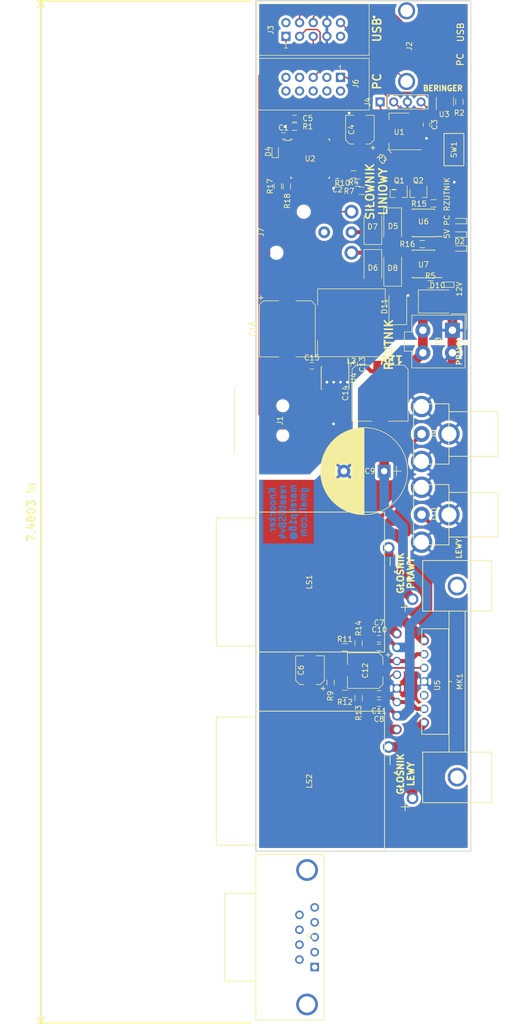
<source format=kicad_pcb>
(kicad_pcb (version 20171130) (host pcbnew "(5.0.0-rc2-dev-311-g1dd4af297)")
  (title_block (title resetUSB) (date 2018-02-14) (rev 1.0) (comment 1 "Projektant: Marek Piotrowski"))
  (layers (0 F.Cu signal) (31 B.Cu signal) (34 B.Paste user) (35 F.Paste user) (36 B.SilkS user) (37 F.SilkS user) (38 B.Mask user) (39 F.Mask user) (44 Edge.Cuts user))
  (net 0 "")
  (net 1 GND)
  (net 2 +5V)
  (net 3 +3V3)
  (net 4 +12V)
  (net 5 "Net-(D1-Pad2)")
  (net 6 "Net-(D2-Pad2)")
  (net 7 "Net-(D6-Pad2)")
  (net 8 /SWDIO)
  (net 9 /USB_P)
  (net 10 /USB_M)
  (net 11 "Net-(Q1-Pad1)")
  (net 12 "Net-(Q1-Pad3)")
  (net 13 "Net-(Q2-Pad3)")
  (net 14 "Net-(Q2-Pad1)")
  (net 15 /USB_PWR)
  (net 16 /SWCLK)
  (net 17 /M_IMP)
  (net 18 /RZUTNIK_VBUS)
  (net 19 /RZUTNIK_DP)
  (net 20 /RZUTNIK_DM)
  (net 21 /PC_PWR)
  (net 22 /PC_LED)
  (net 23 /M_IN1)
  (net 24 /M_IN2)
  (net 25 /LED_RED)
  (net 26 /LED_GREEN)
  (net 27 /LED_BLUE)
  (net 28 /PRZYCISK)
  (net 29 "Net-(C10-Pad2)")
  (net 30 "Net-(C10-Pad1)")
  (net 31 "Net-(LS1-Pad2)")
  (net 32 "Net-(LS1-Pad1)")
  (net 33 "Net-(LS2-Pad1)")
  (net 34 "Net-(LS2-Pad2)")
  (net 35 "Net-(C12-Pad1)")
  (net 36 "Net-(C5-Pad1)")
  (net 37 "Net-(C6-Pad1)")
  (net 38 "Net-(C11-Pad2)")
  (net 39 "Net-(C11-Pad1)")
  (net 40 "Net-(D3-Pad2)")
  (net 41 "Net-(D4-Pad1)")
  (net 42 "Net-(D5-Pad2)")
  (net 43 "Net-(J2-Pad5)")
  (net 44 "Net-(J2-Pad3)")
  (net 45 "Net-(J2-Pad2)")
  (net 46 "Net-(J2-Pad1)")
  (net 47 "Net-(D9-Pad2)")
  (net 48 "Net-(J9-Pad1)")
  (net 49 "Net-(J10-Pad1)")
  (net 50 "Net-(D11-Pad1)")
  (net 51 +5P)
  (net 52 "Net-(J5-Pad0)")
  (module mpio:SK409_50,8_STS001 (layer F.Cu) (at 149.482 172.4325 90)
    (fp_text reference MK1 (at 0 0.5 90) (layer F.SilkS))
    (fp_text value SK409/50,8/STS)
    (pad 0 thru_hole circle (at 17.75 0 90) (size 3.5 3.5) (drill 2.5) (layers *.Cu *.Mask))
    (pad 0 thru_hole circle (at -17.75 0 90) (size 3.5 3.5) (drill 2.5) (layers *.Cu *.Mask))
  )
  (module Capacitors_THT:CP_Radial_D16.0mm_P7.50mm (layer F.Cu) (at 135.9135 133.3245 180)
    (fp_text reference C9 (at 2.664 0) (layer F.SilkS))
    (fp_text value 4700u)
    (pad 2 thru_hole circle (at 7.5 0 180) (size 2.4 2.4) (drill 1.2) (layers *.Cu *.Mask) (net 1 GND))
    (pad 1 thru_hole rect (at 0 0 180) (size 2.4 2.4) (drill 1.2) (layers *.Cu *.Mask) (net 4 +12V))
  )
  (module mpio:AC3MAH-AU-PRE (layer F.Cu) (at 112.0375 88.9325 90)
    (fp_text reference J7 (at 0 1 90) (layer F.SilkS))
    (fp_text value AC3MAH-AU-PRE)
    (pad "" np_thru_hole circle (at -3.81 3.82 90) (size 1.6 1.6) (drill 1.6) (layers *.Cu *.Mask))
    (pad "" np_thru_hole circle (at 3.81 8.9 90) (size 1.6 1.6) (drill 1.6) (layers *.Cu *.Mask))
    (pad 4 thru_hole circle (at 0 12.71 90) (size 2.2 2.2) (drill 1.2) (layers *.Cu *.Mask))
    (pad 3 thru_hole circle (at 0 17.79 90) (size 2.2 2.2) (drill 1.2) (layers *.Cu *.Mask) (net 42 "Net-(D5-Pad2)"))
    (pad 2 thru_hole circle (at -3.81 17.79 90) (size 2.6 2.6) (drill 1.6) (layers *.Cu *.Mask) (net 7 "Net-(D6-Pad2)"))
    (pad 1 thru_hole circle (at 3.81 17.79 90) (size 2.6 2.6) (drill 1.6) (layers *.Cu *.Mask) (net 41 "Net-(D4-Pad1)"))
  )
  (module mpio:USB-B_SMD (layer F.Cu) (at 117.0375 123.9325 270)
    (fp_text reference J1 (at 0 0.5 270) (layer F.SilkS))
    (fp_text value USBB-G-SMD)
    (pad 1 smd rect (at 1.875 -7 270) (size 0.7 3) (layers F.Cu F.Paste F.Mask) (net 18 /RZUTNIK_VBUS))
    (pad 3 smd rect (at -1.875 -7 270) (size 0.7 3) (layers F.Cu F.Paste F.Mask) (net 19 /RZUTNIK_DP))
    (pad 4 smd rect (at 0.625 -7 270) (size 0.7 3) (layers F.Cu F.Paste F.Mask) (net 1 GND))
    (pad 2 smd rect (at -0.625 -7 270) (size 0.7 3) (layers F.Cu F.Paste F.Mask) (net 20 /RZUTNIK_DM))
    (pad 5 smd rect (at 6.8 0 270) (size 3.4 6.04) (drill (offset 0 -0.58)) (layers F.Cu F.Paste F.Mask) (net 1 GND))
    (pad 5 smd rect (at -6.8 0 270) (size 3.4 6.04) (drill (offset 0 -0.58)) (layers F.Cu F.Paste F.Mask) (net 1 GND))
    (pad "" np_thru_hole circle (at 2.75 0 270) (size 1.4 1.4) (drill 1.4) (layers *.Cu *.Mask))
    (pad "" np_thru_hole circle (at -2.75 0 270) (size 1.4 1.4) (drill 1.4) (layers *.Cu *.Mask))
  )
  (module mpio:IDC10 (layer F.Cu) (at 127.7855 60.1565 180)
    (fp_text reference J6 (at -2.82 -1.195 270) (layer F.SilkS))
    (fp_text value Conn_02x05)
    (fp_text user 1 (at 0.02 1.72 180) (layer F.SilkS) (effects (font (thickness 0.12))))
    (pad 10 thru_hole oval (at 10.16 -2.54 180) (size 1.7272 1.7272) (drill 1.016) (layers *.Cu *.Mask))
    (pad 9 thru_hole oval (at 10.16 0 180) (size 1.7272 1.7272) (drill 1.016) (layers *.Cu *.Mask))
    (pad 8 thru_hole oval (at 7.62 -2.54 180) (size 1.7272 1.7272) (drill 1.016) (layers *.Cu *.Mask))
    (pad 7 thru_hole oval (at 7.62 0 180) (size 1.7272 1.7272) (drill 1.016) (layers *.Cu *.Mask))
    (pad 6 thru_hole oval (at 5.08 -2.54 180) (size 1.7272 1.7272) (drill 1.016) (layers *.Cu *.Mask))
    (pad 5 thru_hole oval (at 5.08 0 180) (size 1.7272 1.7272) (drill 1.016) (layers *.Cu *.Mask) (net 21 /PC_PWR))
    (pad 4 thru_hole oval (at 2.54 -2.54 180) (size 1.7272 1.7272) (drill 1.016) (layers *.Cu *.Mask))
    (pad 3 thru_hole oval (at 2.54 0 180) (size 1.7272 1.7272) (drill 1.016) (layers *.Cu *.Mask))
    (pad 2 thru_hole oval (at 0 -2.54 180) (size 1.7272 1.7272) (drill 1.016) (layers *.Cu *.Mask))
    (pad 1 thru_hole rect (at 0 0 180) (size 1.7272 1.7272) (drill 1.016) (layers *.Cu *.Mask) (net 22 /PC_LED))
  )
  (module mpio:IDC10 (layer F.Cu) (at 117.6255 52.5365)
    (fp_text reference J3 (at -2.82 -1.195 90) (layer F.SilkS))
    (fp_text value Conn_02x05)
    (fp_text user 1 (at 0.02 1.72) (layer F.SilkS) (effects (font (thickness 0.12))))
    (pad 10 thru_hole oval (at 10.16 -2.54) (size 1.7272 1.7272) (drill 1.016) (layers *.Cu *.Mask) (net 43 "Net-(J2-Pad5)"))
    (pad 9 thru_hole oval (at 10.16 0) (size 1.7272 1.7272) (drill 1.016) (layers *.Cu *.Mask))
    (pad 8 thru_hole oval (at 7.62 -2.54) (size 1.7272 1.7272) (drill 1.016) (layers *.Cu *.Mask) (net 1 GND))
    (pad 7 thru_hole oval (at 7.62 0) (size 1.7272 1.7272) (drill 1.016) (layers *.Cu *.Mask) (net 1 GND))
    (pad 6 thru_hole oval (at 5.08 -2.54) (size 1.7272 1.7272) (drill 1.016) (layers *.Cu *.Mask) (net 44 "Net-(J2-Pad3)"))
    (pad 5 thru_hole oval (at 5.08 0) (size 1.7272 1.7272) (drill 1.016) (layers *.Cu *.Mask) (net 9 /USB_P))
    (pad 4 thru_hole oval (at 2.54 -2.54) (size 1.7272 1.7272) (drill 1.016) (layers *.Cu *.Mask) (net 45 "Net-(J2-Pad2)"))
    (pad 3 thru_hole oval (at 2.54 0) (size 1.7272 1.7272) (drill 1.016) (layers *.Cu *.Mask) (net 10 /USB_M))
    (pad 2 thru_hole oval (at 0 -2.54) (size 1.7272 1.7272) (drill 1.016) (layers *.Cu *.Mask))
    (pad 1 thru_hole rect (at 0 0) (size 1.7272 1.7272) (drill 1.016) (layers *.Cu *.Mask) (net 51 +5P))
  )
  (module Capacitors_SMD:CP_Elec_10x10 (layer F.Cu) (at 117.8795 106.8925 270)
    (fp_text reference C16 (at 0 6.46 270) (layer F.SilkS))
    (fp_text value 330u)
    (fp_text user + (at -5.78 4.97 270) (layer F.SilkS))
    (pad 1 smd rect (at -4 0 90) (size 4 2.5) (layers F.Cu F.Paste F.Mask) (net 2 +5V))
    (pad 2 smd rect (at 4 0 90) (size 4 2.5) (layers F.Cu F.Paste F.Mask) (net 1 GND))
  )
  (module Housings_SOIC:SOIC-8_3.9x4.9mm_Pitch1.27mm (layer F.Cu) (at 126.7695 116.0365 270)
    (fp_text reference U4 (at 0 -3.5 270) (layer F.SilkS))
    (fp_text value AP1509-50SG-13)
    (pad 8 smd rect (at 2.7 -1.905 270) (size 1.55 0.6) (layers F.Cu F.Paste F.Mask) (net 1 GND))
    (pad 7 smd rect (at 2.7 -0.635 270) (size 1.55 0.6) (layers F.Cu F.Paste F.Mask) (net 1 GND))
    (pad 6 smd rect (at 2.7 0.635 270) (size 1.55 0.6) (layers F.Cu F.Paste F.Mask) (net 1 GND))
    (pad 5 smd rect (at 2.7 1.905 270) (size 1.55 0.6) (layers F.Cu F.Paste F.Mask) (net 1 GND))
    (pad 4 smd rect (at -2.7 1.905 270) (size 1.55 0.6) (layers F.Cu F.Paste F.Mask) (net 1 GND))
    (pad 3 smd rect (at -2.7 0.635 270) (size 1.55 0.6) (layers F.Cu F.Paste F.Mask) (net 2 +5V))
    (pad 2 smd rect (at -2.7 -0.635 270) (size 1.55 0.6) (layers F.Cu F.Paste F.Mask) (net 50 "Net-(D11-Pad1)"))
    (pad 1 smd rect (at -2.7 -1.905 270) (size 1.55 0.6) (layers F.Cu F.Paste F.Mask) (net 4 +12V))
  )
  (module Inductors_SMD:L_12x12mm_h6mm (layer F.Cu) (at 129.8175 105.7495 180)
    (fp_text reference L2 (at 0 -7.1 180) (layer F.SilkS))
    (fp_text value 47u)
    (pad 2 smd rect (at 4.95 0 180) (size 2.9 5.4) (layers F.Cu F.Paste F.Mask) (net 2 +5V))
    (pad 1 smd rect (at -4.95 0 180) (size 2.9 5.4) (layers F.Cu F.Paste F.Mask) (net 50 "Net-(D11-Pad1)"))
  )
  (module Diodes_SMD:D_SMA (layer F.Cu) (at 138.4535 102.7015 90)
    (fp_text reference D11 (at 0 -2.5 90) (layer F.SilkS))
    (fp_text value SS14)
    (pad 2 smd rect (at 2 0 90) (size 2.5 1.8) (layers F.Cu F.Paste F.Mask) (net 1 GND))
    (pad 1 smd rect (at -2 0 90) (size 2.5 1.8) (layers F.Cu F.Paste F.Mask) (net 50 "Net-(D11-Pad1)"))
  )
  (module Capacitors_SMD:CP_Elec_10x10 (layer F.Cu) (at 135.1515 118.8305 270)
    (fp_text reference C14 (at 0 6.46 270) (layer F.SilkS))
    (fp_text value 330u)
    (fp_text user + (at -5.78 4.97 270) (layer F.SilkS))
    (pad 2 smd rect (at 4 0 90) (size 4 2.5) (layers F.Cu F.Paste F.Mask) (net 1 GND))
    (pad 1 smd rect (at -4 0 90) (size 4 2.5) (layers F.Cu F.Paste F.Mask) (net 4 +12V))
  )
  (module Resistors_SMD:R_0603 (layer F.Cu) (at 130.1985 78.1905 180)
    (fp_text reference R4 (at 0 -1.45 180) (layer F.SilkS))
    (fp_text value 22K)
    (pad 2 smd rect (at 0.75 0 180) (size 0.5 0.9) (layers F.Cu F.Paste F.Mask) (net 25 /LED_RED))
    (pad 1 smd rect (at -0.75 0 180) (size 0.5 0.9) (layers F.Cu F.Paste F.Mask) (net 5 "Net-(D1-Pad2)"))
  )
  (module mpio:FC68391 (layer F.Cu) (at 147.974 126.4245 90)
    (fp_text reference J9 (at 0 -2.7385 90) (layer F.SilkS))
    (fp_text value FC68391)
    (pad 2 thru_hole circle (at 0 0 90) (size 4 4) (drill 2.8) (layers *.Cu *.Mask) (net 1 GND))
    (pad 1 thru_hole circle (at 0 -5.1 90) (size 3 3) (drill 1.6) (layers *.Cu *.Mask) (net 48 "Net-(J9-Pad1)"))
    (pad 2 thru_hole circle (at -5.1 -5.1 90) (size 4 4) (drill 2.8) (layers *.Cu *.Mask) (net 1 GND))
    (pad 2 thru_hole circle (at 5.1 -5.1 90) (size 4 4) (drill 2.8) (layers *.Cu *.Mask) (net 1 GND))
  )
  (module Resistors_SMD:R_0603 (layer F.Cu) (at 128.608 174.7115)
    (fp_text reference R12 (at 0 1.524) (layer F.SilkS))
    (fp_text value 4K7)
    (pad 2 smd rect (at 0.75 0) (size 0.5 0.9) (layers F.Cu F.Paste F.Mask) (net 39 "Net-(C11-Pad1)"))
    (pad 1 smd rect (at -0.75 0) (size 0.5 0.9) (layers F.Cu F.Paste F.Mask) (net 49 "Net-(J10-Pad1)"))
  )
  (module Capacitors_SMD:CP_Elec_6.3x5.3 (layer F.Cu) (at 132.378 170.39 180)
    (fp_text reference C12 (at 0 0 270) (layer F.SilkS))
    (fp_text value 47u)
    (fp_text user + (at -4.28 3.01 180) (layer F.SilkS))
    (pad 2 smd rect (at 2.7 0) (size 3.5 1.6) (layers F.Cu F.Paste F.Mask) (net 1 GND))
    (pad 1 smd rect (at -2.7 0) (size 3.5 1.6) (layers F.Cu F.Paste F.Mask) (net 35 "Net-(C12-Pad1)"))
  )
  (module Resistors_SMD:R_0603 (layer F.Cu) (at 131.148 165.3135 90)
    (fp_text reference R14 (at 2.794 0 90) (layer F.SilkS))
    (fp_text value 10K)
    (pad 2 smd rect (at 0.75 0 90) (size 0.5 0.9) (layers F.Cu F.Paste F.Mask) (net 1 GND))
    (pad 1 smd rect (at -0.75 0 90) (size 0.5 0.9) (layers F.Cu F.Paste F.Mask) (net 30 "Net-(C10-Pad1)"))
  )
  (module mpio:FC68391 (layer F.Cu) (at 147.974 141.4245 90)
    (fp_text reference J10 (at 0 -2.7385 90) (layer F.SilkS))
    (fp_text value FC68391)
    (pad 2 thru_hole circle (at 5.1 -5.1 90) (size 4 4) (drill 2.8) (layers *.Cu *.Mask) (net 1 GND))
    (pad 2 thru_hole circle (at -5.1 -5.1 90) (size 4 4) (drill 2.8) (layers *.Cu *.Mask) (net 1 GND))
    (pad 1 thru_hole circle (at 0 -5.1 90) (size 3 3) (drill 1.6) (layers *.Cu *.Mask) (net 49 "Net-(J10-Pad1)"))
    (pad 2 thru_hole circle (at 0 0 90) (size 4 4) (drill 2.8) (layers *.Cu *.Mask) (net 1 GND))
  )
  (module Capacitors_SMD:CP_Elec_5x5.3 (layer F.Cu) (at 122.134 170.3125 90)
    (fp_text reference C6 (at 0 -1.702 90) (layer F.SilkS))
    (fp_text value 10u)
    (fp_text user + (at -3.38 2.34 90) (layer F.SilkS))
    (pad 2 smd rect (at 2.2 0 270) (size 3 1.6) (layers F.Cu F.Paste F.Mask) (net 1 GND))
    (pad 1 smd rect (at -2.2 0 270) (size 3 1.6) (layers F.Cu F.Paste F.Mask) (net 37 "Net-(C6-Pad1)"))
  )
  (module Resistors_SMD:R_0603 (layer F.Cu) (at 131.148 175.4735 270)
    (fp_text reference R13 (at 2.794 0 270) (layer F.SilkS))
    (fp_text value 10K)
    (pad 2 smd rect (at 0.75 0 270) (size 0.5 0.9) (layers F.Cu F.Paste F.Mask) (net 1 GND))
    (pad 1 smd rect (at -0.75 0 270) (size 0.5 0.9) (layers F.Cu F.Paste F.Mask) (net 39 "Net-(C11-Pad1)"))
  )
  (module Capacitors_SMD:C_0603 (layer F.Cu) (at 134.958 174.708)
    (fp_text reference C11 (at 0 3.1715) (layer F.SilkS))
    (fp_text value 0.47u)
    (pad 1 smd rect (at -0.75 0) (size 0.8 0.75) (layers F.Cu F.Paste F.Mask) (net 39 "Net-(C11-Pad1)"))
    (pad 2 smd rect (at 0.75 0) (size 0.8 0.75) (layers F.Cu F.Paste F.Mask) (net 38 "Net-(C11-Pad2)"))
  )
  (module Capacitors_SMD:C_0603 (layer F.Cu) (at 134.946 166.0755)
    (fp_text reference C10 (at 0.0695 -3.3055) (layer F.SilkS))
    (fp_text value 0.47u)
    (pad 1 smd rect (at -0.75 0) (size 0.8 0.75) (layers F.Cu F.Paste F.Mask) (net 30 "Net-(C10-Pad1)"))
    (pad 2 smd rect (at 0.75 0) (size 0.8 0.75) (layers F.Cu F.Paste F.Mask) (net 29 "Net-(C10-Pad2)"))
  )
  (module Capacitors_SMD:C_0603 (layer F.Cu) (at 134.958 164.4855 180)
    (fp_text reference C7 (at 0 2.9855 180) (layer F.SilkS))
    (fp_text value 100n)
    (pad 1 smd rect (at -0.75 0 180) (size 0.8 0.75) (layers F.Cu F.Paste F.Mask) (net 4 +12V))
    (pad 2 smd rect (at 0.75 0 180) (size 0.8 0.75) (layers F.Cu F.Paste F.Mask) (net 1 GND))
  )
  (module Capacitors_SMD:C_0603 (layer F.Cu) (at 134.958 176.4235 180)
    (fp_text reference C8 (at 0 -2.9835 180) (layer F.SilkS))
    (fp_text value 100n)
    (pad 1 smd rect (at -0.75 0 180) (size 0.8 0.75) (layers F.Cu F.Paste F.Mask) (net 4 +12V))
    (pad 2 smd rect (at 0.75 0 180) (size 0.8 0.75) (layers F.Cu F.Paste F.Mask) (net 1 GND))
  )
  (module Resistors_SMD:R_0603 (layer F.Cu) (at 128.608 166.0755)
    (fp_text reference R11 (at -0.006 -1.5275) (layer F.SilkS))
    (fp_text value 4K7)
    (pad 2 smd rect (at 0.75 0) (size 0.5 0.9) (layers F.Cu F.Paste F.Mask) (net 30 "Net-(C10-Pad1)"))
    (pad 1 smd rect (at -0.75 0) (size 0.5 0.9) (layers F.Cu F.Paste F.Mask) (net 48 "Net-(J9-Pad1)"))
  )
  (module mpio:MULTIWATT15 (layer F.Cu) (at 147.912 172.4275 270)
    (fp_text reference U5 (at 0.7 2.1 270) (layer F.SilkS))
    (fp_text value TDA7375)
    (pad 15 thru_hole circle (at 8.89 9.63 270) (size 1.6 1.6) (drill 1.1) (layers *.Cu *.Mask) (net 33 "Net-(LS2-Pad1)"))
    (pad 13 thru_hole circle (at 6.35 9.63 270) (size 1.6 1.6) (drill 1.1) (layers *.Cu *.Mask) (net 4 +12V))
    (pad 11 thru_hole circle (at 3.81 9.63 270) (size 1.6 1.6) (drill 1.1) (layers *.Cu *.Mask) (net 38 "Net-(C11-Pad2)"))
    (pad 9 thru_hole circle (at 1.27 9.63 270) (size 1.6 1.6) (drill 1.1) (layers *.Cu *.Mask) (net 1 GND))
    (pad 7 thru_hole circle (at -1.27 9.63 270) (size 1.6 1.6) (drill 1.1) (layers *.Cu *.Mask) (net 37 "Net-(C6-Pad1)"))
    (pad 5 thru_hole circle (at -3.81 9.63 270) (size 1.6 1.6) (drill 1.1) (layers *.Cu *.Mask) (net 29 "Net-(C10-Pad2)"))
    (pad 3 thru_hole circle (at -6.35 9.63 270) (size 1.6 1.6) (drill 1.1) (layers *.Cu *.Mask) (net 4 +12V))
    (pad 1 thru_hole circle (at -8.89 9.63 270) (size 1.6 1.6) (drill 1.1) (layers *.Cu *.Mask) (net 32 "Net-(LS1-Pad1)"))
    (pad 14 thru_hole circle (at 7.62 4.55 270) (size 1.6 1.6) (drill 1.1) (layers *.Cu *.Mask) (net 34 "Net-(LS2-Pad2)"))
    (pad 12 thru_hole circle (at 5.08 4.55 270) (size 1.6 1.6) (drill 1.1) (layers *.Cu *.Mask) (net 38 "Net-(C11-Pad2)"))
    (pad 10 thru_hole circle (at 2.54 4.55 270) (size 1.6 1.6) (drill 1.1) (layers *.Cu *.Mask))
    (pad 2 thru_hole circle (at -7.62 4.55 270) (size 1.6 1.6) (drill 1.1) (layers *.Cu *.Mask) (net 31 "Net-(LS1-Pad2)"))
    (pad 4 thru_hole circle (at -5.08 4.55 270) (size 1.6 1.6) (drill 1.1) (layers *.Cu *.Mask) (net 29 "Net-(C10-Pad2)"))
    (pad 6 thru_hole circle (at -2.54 4.55 270) (size 1.6 1.6) (drill 1.1) (layers *.Cu *.Mask) (net 35 "Net-(C12-Pad1)"))
    (pad 8 thru_hole circle (at 0 4.55 270) (size 1.6 1.6) (drill 1.1) (layers *.Cu *.Mask) (net 1 GND))
  )
  (module Resistors_SMD:R_0603 (layer F.Cu) (at 125.944 172.5985 270)
    (fp_text reference R9 (at 2.5065 0.0395 270) (layer F.SilkS))
    (fp_text value 47K)
    (pad 2 smd rect (at 0.75 0 270) (size 0.5 0.9) (layers F.Cu F.Paste F.Mask) (net 37 "Net-(C6-Pad1)"))
    (pad 1 smd rect (at -0.75 0 270) (size 0.5 0.9) (layers F.Cu F.Paste F.Mask) (net 4 +12V))
  )
  (module mpio:NLJ2MD-H (layer F.Cu) (at 111.974 153.9325 270)
    (fp_text reference LS1 (at 0 -10 270) (layer F.SilkS))
    (fp_text value NLJ2MD-H)
    (fp_text user + (at 4.696 -27.686 270) (layer F.SilkS) (effects (font (size 2 2))))
    (fp_text user - (at -3.81 -24.892 270) (layer F.SilkS) (effects (font (size 2 2))))
    (pad 2 thru_hole circle (at -6.35 -24.77 270) (size 2.2 2.2) (drill 1.4) (layers *.Cu *.Mask) (net 31 "Net-(LS1-Pad2)"))
    (pad 1 thru_hole circle (at 3.18 -29.21 270) (size 2.2 2.2) (drill 1.4) (layers *.Cu *.Mask) (net 32 "Net-(LS1-Pad1)"))
  )
  (module mpio:NLJ2MD-H (layer F.Cu) (at 111.974 190.9325 270)
    (fp_text reference LS2 (at 0 -10 270) (layer F.SilkS))
    (fp_text value NLJ2MD-H)
    (fp_text user + (at 4.78 -27.686 270) (layer F.SilkS) (effects (font (size 2 2))))
    (fp_text user - (at -3.81 -24.892 270) (layer F.SilkS) (effects (font (size 2 2))))
    (pad 2 thru_hole circle (at -6.35 -24.77 270) (size 2.2 2.2) (drill 1.4) (layers *.Cu *.Mask) (net 34 "Net-(LS2-Pad2)"))
    (pad 1 thru_hole circle (at 3.18 -29.21 270) (size 2.2 2.2) (drill 1.4) (layers *.Cu *.Mask) (net 33 "Net-(LS2-Pad1)"))
  )
  (module mpio:Molex_MiniFit-JR-5556-04A_2x02x4.20mm_Straight (layer F.Cu) (at 148.6135 107.1465 270)
    (fp_text reference J8 (at 2.1 2.654 270) (layer F.SilkS))
    (fp_text value "Mini-Fit Jr; 4,2mm")
    (pad 4 thru_hole circle (at 4.2 5.5 270) (size 2.8 2.8) (drill 1.4) (layers *.Cu *.Mask) (net 4 +12V))
    (pad 3 thru_hole circle (at 0 5.5 270) (size 2.8 2.8) (drill 1.4) (layers *.Cu *.Mask) (net 4 +12V))
    (pad 2 thru_hole circle (at 4.2 0 270) (size 2.8 2.8) (drill 1.4) (layers *.Cu *.Mask) (net 1 GND))
    (pad 1 thru_hole rect (at 0 0 270) (size 2.8 2.8) (drill 1.4) (layers *.Cu *.Mask) (net 1 GND))
  )
  (module Diodes_SMD:D_SMA (layer F.Cu) (at 133.813 87.8112 90)
    (fp_text reference D7 (at -0.0948 -0.0585 180) (layer F.SilkS))
    (fp_text value US1D)
    (pad 2 smd rect (at 2 0 90) (size 2.5 1.8) (layers F.Cu F.Paste F.Mask) (net 1 GND))
    (pad 1 smd rect (at -2 0 90) (size 2.5 1.8) (layers F.Cu F.Paste F.Mask) (net 42 "Net-(D5-Pad2)"))
  )
  (module Diodes_SMD:D_SMA (layer F.Cu) (at 137.496 87.8112 270)
    (fp_text reference D5 (at 0 -0.0685) (layer F.SilkS))
    (fp_text value US1D)
    (pad 2 smd rect (at 2 0 270) (size 2.5 1.8) (layers F.Cu F.Paste F.Mask) (net 42 "Net-(D5-Pad2)"))
    (pad 1 smd rect (at -2 0 270) (size 2.5 1.8) (layers F.Cu F.Paste F.Mask) (net 4 +12V))
  )
  (module Diodes_SMD:D_SMA (layer F.Cu) (at 133.813 95.5582 270)
    (fp_text reference D8 (at 0.0313 -3.688) (layer F.SilkS))
    (fp_text value US1D)
    (pad 2 smd rect (at 2 0 270) (size 2.5 1.8) (layers F.Cu F.Paste F.Mask) (net 1 GND))
    (pad 1 smd rect (at -2 0 270) (size 2.5 1.8) (layers F.Cu F.Paste F.Mask) (net 7 "Net-(D6-Pad2)"))
  )
  (module TO_SOT_Packages_SMD:SOT-23 (layer F.Cu) (at 138.6035 81.717 270)
    (fp_text reference Q1 (at -2.3835 -0.104) (layer F.SilkS))
    (fp_text value BC817)
    (pad 3 smd rect (at 1 0 270) (size 0.9 0.8) (layers F.Cu F.Paste F.Mask) (net 12 "Net-(Q1-Pad3)"))
    (pad 2 smd rect (at -1 0.95 270) (size 0.9 0.8) (layers F.Cu F.Paste F.Mask) (net 1 GND))
    (pad 1 smd rect (at -1 -0.95 270) (size 0.9 0.8) (layers F.Cu F.Paste F.Mask) (net 11 "Net-(Q1-Pad1)"))
  )
  (module TO_SOT_Packages_SMD:SOT-23 (layer F.Cu) (at 142.2865 81.717 270)
    (fp_text reference Q2 (at -2.3835 0.023) (layer F.SilkS))
    (fp_text value BC817)
    (pad 3 smd rect (at 1 0 270) (size 0.9 0.8) (layers F.Cu F.Paste F.Mask) (net 13 "Net-(Q2-Pad3)"))
    (pad 2 smd rect (at -1 0.95 270) (size 0.9 0.8) (layers F.Cu F.Paste F.Mask) (net 1 GND))
    (pad 1 smd rect (at -1 -0.95 270) (size 0.9 0.8) (layers F.Cu F.Paste F.Mask) (net 14 "Net-(Q2-Pad1)"))
  )
  (module Diodes_SMD:D_SMA (layer F.Cu) (at 137.496 95.5582 90)
    (fp_text reference D6 (at 0 -3.678 180) (layer F.SilkS))
    (fp_text value US1D)
    (pad 2 smd rect (at 2 0 90) (size 2.5 1.8) (layers F.Cu F.Paste F.Mask) (net 7 "Net-(D6-Pad2)"))
    (pad 1 smd rect (at -2 0 90) (size 2.5 1.8) (layers F.Cu F.Paste F.Mask) (net 4 +12V))
  )
  (module mpio:SOIC-8_3.9x4.9mm_Pitch1.27mm (layer F.Cu) (at 143.2237 87.2096 180)
    (fp_text reference U6 (at 0 0.2621 180) (layer F.SilkS))
    (fp_text value AO4616)
    (pad 8 smd rect (at 2.7 -1.905 180) (size 1.55 0.6) (layers F.Cu F.Paste F.Mask) (net 42 "Net-(D5-Pad2)"))
    (pad 7 smd rect (at 2.7 -0.635 180) (size 1.55 0.6) (layers F.Cu F.Paste F.Mask) (net 42 "Net-(D5-Pad2)"))
    (pad 6 smd rect (at 2.7 0.635 180) (size 1.55 0.6) (layers F.Cu F.Paste F.Mask) (net 42 "Net-(D5-Pad2)"))
    (pad 5 smd rect (at 2.7 1.905 180) (size 1.55 0.6) (layers F.Cu F.Paste F.Mask) (net 42 "Net-(D5-Pad2)"))
    (pad 4 smd rect (at -2.7 1.905 180) (size 1.55 0.6) (layers F.Cu F.Paste F.Mask) (net 12 "Net-(Q1-Pad3)"))
    (pad 3 smd rect (at -2.7 0.635 180) (size 1.55 0.6) (layers F.Cu F.Paste F.Mask) (net 4 +12V))
    (pad 2 smd rect (at -2.7 -0.635 180) (size 1.55 0.6) (layers F.Cu F.Paste F.Mask) (net 12 "Net-(Q1-Pad3)"))
    (pad 1 smd rect (at -2.7 -1.905 180) (size 1.55 0.6) (layers F.Cu F.Paste F.Mask) (net 1 GND))
  )
  (module mpio:SOIC-8_3.9x4.9mm_Pitch1.27mm (layer F.Cu) (at 143.2237 94.8296 180)
    (fp_text reference U7 (at 0 -0.1179 180) (layer F.SilkS))
    (fp_text value AO4616)
    (pad 8 smd rect (at 2.7 -1.905 180) (size 1.55 0.6) (layers F.Cu F.Paste F.Mask) (net 7 "Net-(D6-Pad2)"))
    (pad 7 smd rect (at 2.7 -0.635 180) (size 1.55 0.6) (layers F.Cu F.Paste F.Mask) (net 7 "Net-(D6-Pad2)"))
    (pad 6 smd rect (at 2.7 0.635 180) (size 1.55 0.6) (layers F.Cu F.Paste F.Mask) (net 7 "Net-(D6-Pad2)"))
    (pad 5 smd rect (at 2.7 1.905 180) (size 1.55 0.6) (layers F.Cu F.Paste F.Mask) (net 7 "Net-(D6-Pad2)"))
    (pad 4 smd rect (at -2.7 1.905 180) (size 1.55 0.6) (layers F.Cu F.Paste F.Mask) (net 13 "Net-(Q2-Pad3)"))
    (pad 3 smd rect (at -2.7 0.635 180) (size 1.55 0.6) (layers F.Cu F.Paste F.Mask) (net 4 +12V))
    (pad 2 smd rect (at -2.7 -0.635 180) (size 1.55 0.6) (layers F.Cu F.Paste F.Mask) (net 13 "Net-(Q2-Pad3)"))
    (pad 1 smd rect (at -2.7 -1.905 180) (size 1.55 0.6) (layers F.Cu F.Paste F.Mask) (net 1 GND))
  )
  (module Resistors_SMD:R_0603 (layer F.Cu) (at 142.986 91.1445 180)
    (fp_text reference R16 (at 2.7545 0 180) (layer F.SilkS))
    (fp_text value 10K)
    (pad 2 smd rect (at 0.75 0 180) (size 0.5 0.9) (layers F.Cu F.Paste F.Mask) (net 4 +12V))
    (pad 1 smd rect (at -0.75 0 180) (size 0.5 0.9) (layers F.Cu F.Paste F.Mask) (net 13 "Net-(Q2-Pad3)"))
  )
  (module Resistors_SMD:R_0603 (layer F.Cu) (at 145.1083 83.5753 180)
    (fp_text reference R15 (at 2.7178 -0.0762 180) (layer F.SilkS))
    (fp_text value 10K)
    (pad 2 smd rect (at 0.75 0 180) (size 0.5 0.9) (layers F.Cu F.Paste F.Mask) (net 4 +12V))
    (pad 1 smd rect (at -0.75 0 180) (size 0.5 0.9) (layers F.Cu F.Paste F.Mask) (net 12 "Net-(Q1-Pad3)"))
  )
  (module LEDs:LED_0603 (layer F.Cu) (at 147.5975 98.679 180)
    (fp_text reference D9 hide)
    (fp_text value RED)
    (pad 1 smd rect (at -0.8 0) (size 0.8 0.8) (layers F.Cu F.Paste F.Mask) (net 1 GND))
    (pad 2 smd rect (at 0.8 0) (size 0.8 0.8) (layers F.Cu F.Paste F.Mask) (net 47 "Net-(D9-Pad2)"))
  )
  (module Resistors_SMD:R_0603 (layer F.Cu) (at 144.5495 98.6375)
    (fp_text reference R5 (at -0.0395 -1.6045) (layer F.SilkS))
    (fp_text value 100K)
    (pad 2 smd rect (at 0.75 0) (size 0.5 0.9) (layers F.Cu F.Paste F.Mask) (net 47 "Net-(D9-Pad2)"))
    (pad 1 smd rect (at -0.75 0) (size 0.5 0.9) (layers F.Cu F.Paste F.Mask) (net 4 +12V))
  )
  (module Resistors_SMD:R_0603 (layer F.Cu) (at 130.9605 79.7145 180)
    (fp_text reference R10 (at 2.8448 -0.0762 180) (layer F.SilkS))
    (fp_text value 33K)
    (pad 2 smd rect (at 0.75 0 180) (size 0.5 0.9) (layers F.Cu F.Paste F.Mask) (net 27 /LED_BLUE))
    (pad 1 smd rect (at -0.75 0 180) (size 0.5 0.9) (layers F.Cu F.Paste F.Mask) (net 40 "Net-(D3-Pad2)"))
  )
  (module Housings_QFP:LQFP-32_7x7mm_Pitch0.8mm (layer F.Cu) (at 122.130272 75.273643)
    (fp_text reference U2 (at 0 -0.004143) (layer F.SilkS))
    (fp_text value STM32F042K6Tx)
    (pad 32 smd rect (at -2.8 -4.25 90) (size 1.2 0.6) (layers F.Cu F.Paste F.Mask) (net 1 GND))
    (pad 31 smd rect (at -2 -4.25 90) (size 1.2 0.6) (layers F.Cu F.Paste F.Mask) (net 36 "Net-(C5-Pad1)"))
    (pad 30 smd rect (at -1.2 -4.25 90) (size 1.2 0.6) (layers F.Cu F.Paste F.Mask) (net 19 /RZUTNIK_DP))
    (pad 29 smd rect (at -0.4 -4.25 90) (size 1.2 0.6) (layers F.Cu F.Paste F.Mask) (net 20 /RZUTNIK_DM))
    (pad 28 smd rect (at 0.4 -4.25 90) (size 1.2 0.6) (layers F.Cu F.Paste F.Mask) (net 18 /RZUTNIK_VBUS))
    (pad 27 smd rect (at 1.2 -4.25 90) (size 1.2 0.6) (layers F.Cu F.Paste F.Mask))
    (pad 26 smd rect (at 2 -4.25 90) (size 1.2 0.6) (layers F.Cu F.Paste F.Mask) (net 22 /PC_LED))
    (pad 25 smd rect (at 2.8 -4.25 90) (size 1.2 0.6) (layers F.Cu F.Paste F.Mask) (net 21 /PC_PWR))
    (pad 24 smd rect (at 4.25 -2.8) (size 1.2 0.6) (layers F.Cu F.Paste F.Mask) (net 16 /SWCLK))
    (pad 23 smd rect (at 4.25 -2) (size 1.2 0.6) (layers F.Cu F.Paste F.Mask) (net 8 /SWDIO))
    (pad 22 smd rect (at 4.25 -1.2) (size 1.2 0.6) (layers F.Cu F.Paste F.Mask) (net 9 /USB_P))
    (pad 21 smd rect (at 4.25 -0.4) (size 1.2 0.6) (layers F.Cu F.Paste F.Mask) (net 10 /USB_M))
    (pad 20 smd rect (at 4.25 0.4) (size 1.2 0.6) (layers F.Cu F.Paste F.Mask) (net 15 /USB_PWR))
    (pad 19 smd rect (at 4.25 1.2) (size 1.2 0.6) (layers F.Cu F.Paste F.Mask) (net 28 /PRZYCISK))
    (pad 18 smd rect (at 4.25 2) (size 1.2 0.6) (layers F.Cu F.Paste F.Mask))
    (pad 17 smd rect (at 4.25 2.8) (size 1.2 0.6) (layers F.Cu F.Paste F.Mask) (net 3 +3V3))
    (pad 16 smd rect (at 2.8 4.25 90) (size 1.2 0.6) (layers F.Cu F.Paste F.Mask) (net 1 GND))
    (pad 15 smd rect (at 2 4.25 90) (size 1.2 0.6) (layers F.Cu F.Paste F.Mask))
    (pad 14 smd rect (at 1.2 4.25 90) (size 1.2 0.6) (layers F.Cu F.Paste F.Mask))
    (pad 13 smd rect (at 0.4 4.25 90) (size 1.2 0.6) (layers F.Cu F.Paste F.Mask))
    (pad 12 smd rect (at -0.4 4.25 90) (size 1.2 0.6) (layers F.Cu F.Paste F.Mask))
    (pad 11 smd rect (at -1.2 4.25 90) (size 1.2 0.6) (layers F.Cu F.Paste F.Mask) (net 25 /LED_RED))
    (pad 10 smd rect (at -2 4.25 90) (size 1.2 0.6) (layers F.Cu F.Paste F.Mask) (net 27 /LED_BLUE))
    (pad 9 smd rect (at -2.8 4.25 90) (size 1.2 0.6) (layers F.Cu F.Paste F.Mask) (net 26 /LED_GREEN))
    (pad 8 smd rect (at -4.25 2.8) (size 1.2 0.6) (layers F.Cu F.Paste F.Mask))
    (pad 7 smd rect (at -4.25 2) (size 1.2 0.6) (layers F.Cu F.Paste F.Mask) (net 24 /M_IN2))
    (pad 6 smd rect (at -4.25 1.2) (size 1.2 0.6) (layers F.Cu F.Paste F.Mask) (net 23 /M_IN1))
    (pad 5 smd rect (at -4.25 0.4) (size 1.2 0.6) (layers F.Cu F.Paste F.Mask) (net 3 +3V3))
    (pad 4 smd rect (at -4.25 -0.4) (size 1.2 0.6) (layers F.Cu F.Paste F.Mask))
    (pad 3 smd rect (at -4.25 -1.2) (size 1.2 0.6) (layers F.Cu F.Paste F.Mask))
    (pad 2 smd rect (at -4.25 -2) (size 1.2 0.6) (layers F.Cu F.Paste F.Mask) (net 17 /M_IMP))
    (pad 1 smd rect (at -4.25 -2.8) (size 1.2 0.6) (layers F.Cu F.Paste F.Mask) (net 3 +3V3))
  )
  (module Resistors_SMD:R_0603 (layer F.Cu) (at 119.225376 69.325202)
    (fp_text reference R1 (at 2.464124 -0.024702) (layer F.SilkS))
    (fp_text value 100K)
    (pad 2 smd rect (at 0.75 0) (size 0.5 0.9) (layers F.Cu F.Paste F.Mask) (net 36 "Net-(C5-Pad1)"))
    (pad 1 smd rect (at -0.75 0) (size 0.5 0.9) (layers F.Cu F.Paste F.Mask) (net 1 GND))
  )
  (module Capacitors_SMD:C_0603 (layer F.Cu) (at 119.237376 67.801202 180)
    (fp_text reference C5 (at -2.452124 0.024702 180) (layer F.SilkS))
    (fp_text value 100n)
    (pad 1 smd rect (at -0.75 0 180) (size 0.8 0.75) (layers F.Cu F.Paste F.Mask) (net 36 "Net-(C5-Pad1)"))
    (pad 2 smd rect (at 0.75 0 180) (size 0.8 0.75) (layers F.Cu F.Paste F.Mask) (net 1 GND))
  )
  (module mpio:USB-A_SMD (layer F.Cu) (at 140.081 54.356 90)
    (fp_text reference J2 (at 0 0.5 90) (layer F.SilkS))
    (fp_text value TUEA4F2SOBHT)
    (pad 1 smd rect (at -3.5 -4.21 90) (size 1 3) (layers F.Cu F.Paste F.Mask) (net 46 "Net-(J2-Pad1)"))
    (pad 2 smd rect (at -1 -4.21 90) (size 1 3) (layers F.Cu F.Paste F.Mask) (net 45 "Net-(J2-Pad2)"))
    (pad 4 smd rect (at 3.5 -4.21 90) (size 1 3) (layers F.Cu F.Paste F.Mask) (net 1 GND))
    (pad 3 smd rect (at 1 -4.21 90) (size 1 3) (layers F.Cu F.Paste F.Mask) (net 44 "Net-(J2-Pad3)"))
    (pad 5 thru_hole circle (at 6.57 0 90) (size 3.2 3.2) (drill 2.3) (layers *.Cu *.Mask) (net 43 "Net-(J2-Pad5)"))
    (pad 5 thru_hole circle (at -6.57 0 90) (size 3.2 3.2) (drill 2.3) (layers *.Cu *.Mask) (net 43 "Net-(J2-Pad5)"))
  )
  (module Capacitors_SMD:C_0603 (layer F.Cu) (at 143.786359 68.940041 270)
    (fp_text reference C3 (at 0 -1.5 270) (layer F.SilkS))
    (fp_text value 100n)
    (pad 1 smd rect (at -0.75 0 270) (size 0.8 0.75) (layers F.Cu F.Paste F.Mask) (net 51 +5P))
    (pad 2 smd rect (at 0.75 0 270) (size 0.8 0.75) (layers F.Cu F.Paste F.Mask) (net 1 GND))
  )
  (module Capacitors_SMD:CP_Elec_5x5.3 (layer F.Cu) (at 131.4183 69.8751 90)
    (fp_text reference C4 (at 0 -1.6008 90) (layer F.SilkS))
    (fp_text value 10u)
    (fp_text user + (at -3.38 2.34 90) (layer F.SilkS))
    (pad 2 smd rect (at 2.2 0 270) (size 3 1.6) (layers F.Cu F.Paste F.Mask) (net 1 GND))
    (pad 1 smd rect (at -2.2 0 270) (size 3 1.6) (layers F.Cu F.Paste F.Mask) (net 3 +3V3))
  )
  (module TO_SOT_Packages_SMD:SOT-223-3_TabPin2 (layer F.Cu) (at 138.706359 70.210041 180)
    (fp_text reference U1 (at 0 -0.106459 180) (layer F.SilkS))
    (fp_text value LD1117S33TR)
    (pad 1 smd rect (at -3.15 -2.3 180) (size 2 1.5) (layers F.Cu F.Paste F.Mask) (net 1 GND))
    (pad 3 smd rect (at -3.15 2.3 180) (size 2 1.5) (layers F.Cu F.Paste F.Mask) (net 51 +5P))
    (pad 2 smd rect (at -3.15 0 180) (size 2 1.5) (layers F.Cu F.Paste F.Mask) (net 3 +3V3))
    (pad 2 smd rect (at 3.15 0 180) (size 2 3.8) (layers F.Cu F.Paste F.Mask) (net 3 +3V3))
  )
  (module mpio:SW_3x6_1,6x7,4 (layer F.Cu) (at 148.8935 73.5835 90)
    (fp_text reference SW1 (at 0 0 90) (layer F.SilkS))
    (fp_text value "TACTM-34N-F " hide)
    (pad 2 smd rect (at 3.7 0 90) (size 2.18 1.6) (layers F.Cu F.Paste F.Mask) (net 28 /PRZYCISK))
    (pad 1 smd rect (at -3.7 0 90) (size 2.18 1.6) (layers F.Cu F.Paste F.Mask) (net 1 GND))
  )
  (module Resistors_SMD:R_0603 (layer F.Cu) (at 136.4475 74.3455 135)
    (fp_text reference R3 (at 0 -1.45 135) (layer F.SilkS))
    (fp_text value 100K)
    (pad 2 smd rect (at 0.75 0 135) (size 0.5 0.9) (layers F.Cu F.Paste F.Mask) (net 3 +3V3))
    (pad 1 smd rect (at -0.75 0 135) (size 0.5 0.9) (layers F.Cu F.Paste F.Mask) (net 8 /SWDIO))
  )
  (module Diodes_SMD:D_SOD-523 (layer F.Cu) (at 115.6335 73.9235 90)
    (fp_text reference D4 (at 0 -1.3 90) (layer F.SilkS))
    (fp_text value 1PS79SB70)
    (pad 1 smd rect (at -0.7 0 270) (size 0.6 0.7) (layers F.Cu F.Paste F.Mask) (net 41 "Net-(D4-Pad1)"))
    (pad 2 smd rect (at 0.7 0 270) (size 0.6 0.7) (layers F.Cu F.Paste F.Mask) (net 17 /M_IMP))
  )
  (module LEDs:LED_0603 (layer F.Cu) (at 149.971 91.953 180)
    (fp_text reference D1 hide)
    (fp_text value RED)
    (pad 1 smd rect (at -0.8 0) (size 0.8 0.8) (layers F.Cu F.Paste F.Mask) (net 1 GND))
    (pad 2 smd rect (at 0.8 0) (size 0.8 0.8) (layers F.Cu F.Paste F.Mask) (net 5 "Net-(D1-Pad2)"))
  )
  (module LEDs:LED_0603 (layer F.Cu) (at 149.971 86.873 180)
    (fp_text reference D3 hide)
    (fp_text value BLUE)
    (pad 1 smd rect (at -0.8 0) (size 0.8 0.8) (layers F.Cu F.Paste F.Mask) (net 1 GND))
    (pad 2 smd rect (at 0.8 0) (size 0.8 0.8) (layers F.Cu F.Paste F.Mask) (net 40 "Net-(D3-Pad2)"))
  )
  (module Resistors_SMD:R_0603 (layer F.Cu) (at 149.9095 64.6935 270)
    (fp_text reference R2 (at 2.067 0.026) (layer F.SilkS))
    (fp_text value 100K)
    (pad 2 smd rect (at 0.75 0 270) (size 0.5 0.9) (layers F.Cu F.Paste F.Mask) (net 15 /USB_PWR))
    (pad 1 smd rect (at -0.75 0 270) (size 0.5 0.9) (layers F.Cu F.Paste F.Mask) (net 2 +5V))
  )
  (module mpio:TSOP-6_1.65x3.05mm_Pitch0.95mm (layer F.Cu) (at 147.2044 64.6568 90)
    (fp_text reference U3 (at -2.3577 -0.1149 180) (layer F.SilkS))
    (fp_text value IRLTS2242)
    (pad 6 smd rect (at 1.16 -0.95 90) (size 0.7 0.51) (layers F.Cu F.Paste F.Mask) (net 46 "Net-(J2-Pad1)"))
    (pad 5 smd rect (at 1.16 0 90) (size 0.7 0.51) (layers F.Cu F.Paste F.Mask) (net 46 "Net-(J2-Pad1)"))
    (pad 4 smd rect (at 1.16 0.95 90) (size 0.7 0.51) (layers F.Cu F.Paste F.Mask) (net 2 +5V))
    (pad 3 smd rect (at -1.16 0.95 90) (size 0.7 0.51) (layers F.Cu F.Paste F.Mask) (net 15 /USB_PWR))
    (pad 2 smd rect (at -1.16 0 90) (size 0.7 0.51) (layers F.Cu F.Paste F.Mask) (net 46 "Net-(J2-Pad1)"))
    (pad 1 smd rect (at -1.16 -0.95 90) (size 0.7 0.51) (layers F.Cu F.Paste F.Mask) (net 46 "Net-(J2-Pad1)"))
  )
  (module Resistors_SMD:R_0603 (layer F.Cu) (at 131.7225 81.2385 180)
    (fp_text reference R7 (at 2.3368 -0.0562 180) (layer F.SilkS))
    (fp_text value 6K8)
    (pad 2 smd rect (at 0.75 0 180) (size 0.5 0.9) (layers F.Cu F.Paste F.Mask) (net 26 /LED_GREEN))
    (pad 1 smd rect (at -0.75 0 180) (size 0.5 0.9) (layers F.Cu F.Paste F.Mask) (net 6 "Net-(D2-Pad2)"))
  )
  (module Resistors_SMD:R_0603 (layer F.Cu) (at 117.8033 80.4003 90)
    (fp_text reference R18 (at -2.7432 0.0762 90) (layer F.SilkS))
    (fp_text value 10K)
    (pad 2 smd rect (at 0.75 0 90) (size 0.5 0.9) (layers F.Cu F.Paste F.Mask) (net 24 /M_IN2))
    (pad 1 smd rect (at -0.75 0 90) (size 0.5 0.9) (layers F.Cu F.Paste F.Mask) (net 14 "Net-(Q2-Pad1)"))
  )
  (module Capacitors_SMD:C_0603 (layer F.Cu) (at 117.1937 71.0277)
    (fp_text reference C1 (at 0 -1.5) (layer F.SilkS))
    (fp_text value 100n)
    (pad 1 smd rect (at -0.75 0) (size 0.8 0.75) (layers F.Cu F.Paste F.Mask) (net 3 +3V3))
    (pad 2 smd rect (at 0.75 0) (size 0.8 0.75) (layers F.Cu F.Paste F.Mask) (net 1 GND))
  )
  (module Capacitors_SMD:C_0603 (layer F.Cu) (at 127.2267 79.5113 180)
    (fp_text reference C2 (at 0 -1.5 180) (layer F.SilkS))
    (fp_text value 100n)
    (pad 2 smd rect (at 0.75 0 180) (size 0.8 0.75) (layers F.Cu F.Paste F.Mask) (net 1 GND))
    (pad 1 smd rect (at -0.75 0 180) (size 0.8 0.75) (layers F.Cu F.Paste F.Mask) (net 3 +3V3))
  )
  (module Capacitors_SMD:C_0603 (layer F.Cu) (at 122.4515 113.7505)
    (fp_text reference C15 (at 0 -1.5) (layer F.SilkS))
    (fp_text value 100n)
    (pad 1 smd rect (at -0.75 0) (size 0.8 0.75) (layers F.Cu F.Paste F.Mask) (net 2 +5V))
    (pad 2 smd rect (at 0.75 0) (size 0.8 0.75) (layers F.Cu F.Paste F.Mask) (net 1 GND))
  )
  (module LEDs:LED_0603 (layer F.Cu) (at 149.9597 89.3665 180)
    (fp_text reference D2 (at 0 -1.25 180) (layer F.SilkS))
    (fp_text value GREEN)
    (pad 2 smd rect (at 0.8 0) (size 0.8 0.8) (layers F.Cu F.Paste F.Mask) (net 6 "Net-(D2-Pad2)"))
    (pad 1 smd rect (at -0.8 0) (size 0.8 0.8) (layers F.Cu F.Paste F.Mask) (net 1 GND))
  )
  (module Diodes_SMD:D_SMB (layer F.Cu) (at 145.8195 101.8125)
    (fp_text reference D10 (at 0 -3) (layer F.SilkS))
    (fp_text value transil_15V)
    (pad 1 smd rect (at -2.15 0) (size 2.5 2.3) (layers F.Cu F.Paste F.Mask) (net 4 +12V))
    (pad 2 smd rect (at 2.15 0) (size 2.5 2.3) (layers F.Cu F.Paste F.Mask) (net 1 GND))
  )
  (module Pin_Headers:Pin_Header_Straight_1x04_Pitch2.54mm (layer F.Cu) (at 135.1515 64.7285 90)
    (fp_text reference J4 (at 0 -2.33 90) (layer F.SilkS))
    (fp_text value SWD_4pin)
    (pad 1 thru_hole rect (at 0 0 90) (size 1.7 1.7) (drill 1) (layers *.Cu *.Mask) (net 3 +3V3))
    (pad 2 thru_hole oval (at 0 2.54 90) (size 1.7 1.7) (drill 1) (layers *.Cu *.Mask) (net 16 /SWCLK))
    (pad 3 thru_hole oval (at 0 5.08 90) (size 1.7 1.7) (drill 1) (layers *.Cu *.Mask) (net 1 GND))
    (pad 4 thru_hole oval (at 0 7.62 90) (size 1.7 1.7) (drill 1) (layers *.Cu *.Mask) (net 8 /SWDIO))
  )
  (module Resistors_SMD:R_0603 (layer F.Cu) (at 116.1269 80.4003 90)
    (fp_text reference R17 (at 0 -1.45 90) (layer F.SilkS))
    (fp_text value 10K)
    (pad 1 smd rect (at -0.75 0 90) (size 0.5 0.9) (layers F.Cu F.Paste F.Mask) (net 11 "Net-(Q1-Pad1)"))
    (pad 2 smd rect (at 0.75 0 90) (size 0.5 0.9) (layers F.Cu F.Paste F.Mask) (net 23 /M_IN1))
  )
  (module Capacitors_SMD:C_0603 (layer F.Cu) (at 130.3255 113.4965 270)
    (fp_text reference C13 (at 0 -1.5 270) (layer F.SilkS))
    (fp_text value 100n)
    (pad 2 smd rect (at 0.75 0 270) (size 0.8 0.75) (layers F.Cu F.Paste F.Mask) (net 1 GND))
    (pad 1 smd rect (at -0.75 0 270) (size 0.8 0.75) (layers F.Cu F.Paste F.Mask) (net 4 +12V))
  )
  (module mpio:DSUB-9 (layer F.Cu) (at 112.0375 219.9325 90)
    (fp_text reference J5 (at 0 10.02 90) (layer F.SilkS))
    (fp_text value DB9_Female_MountingHoles)
    (pad 0 thru_hole circle (at -12.495 9.52 90) (size 4.05 4.05) (drill 3.05) (layers *.Cu *.Mask) (net 52 "Net-(J5-Pad0)"))
    (pad 0 thru_hole circle (at 12.495 9.52 90) (size 4.05 4.05) (drill 3.05) (layers *.Cu *.Mask) (net 52 "Net-(J5-Pad0)"))
    (pad 3 thru_hole circle (at 0 10.94 90) (size 1.6 1.6) (drill 1) (layers *.Cu *.Mask))
    (pad 2 thru_hole circle (at -2.77 10.94 90) (size 1.6 1.6) (drill 1) (layers *.Cu *.Mask))
    (pad 1 thru_hole rect (at -5.54 10.94 90) (size 1.6 1.6) (drill 1) (layers *.Cu *.Mask))
    (pad 4 thru_hole circle (at 2.77 10.94 90) (size 1.6 1.6) (drill 1) (layers *.Cu *.Mask))
    (pad 5 thru_hole circle (at 5.54 10.94 90) (size 1.6 1.6) (drill 1) (layers *.Cu *.Mask))
    (pad 6 thru_hole circle (at -4.155 8.1 90) (size 1.6 1.6) (drill 1) (layers *.Cu *.Mask))
    (pad 7 thru_hole circle (at -1.385 8.1 90) (size 1.6 1.6) (drill 1) (layers *.Cu *.Mask))
    (pad 8 thru_hole circle (at 1.385 8.1 90) (size 1.6 1.6) (drill 1) (layers *.Cu *.Mask))
    (pad 9 thru_hole circle (at 4.155 8.1 90) (size 1.6 1.6) (drill 1) (layers *.Cu *.Mask))
  )
  (dimension 190 (width 0.3) (layer F.SilkS) (gr_text "190.000 mm" (at 69.9375 140.9325 270) (layer F.SilkS) (effects (font (size 1.5 1.5) (thickness 0.3)))) (feature1 (pts (xy 111.0375 235.9325) (xy 71.451079 235.9325))) (feature2 (pts (xy 111.0375 45.9325) (xy 71.451079 45.9325))) (crossbar (pts (xy 72.0375 45.9325) (xy 72.0375 235.9325))) (arrow1a (pts (xy 72.0375 235.9325) (xy 71.451079 234.805996))) (arrow1b (pts (xy 72.0375 235.9325) (xy 72.623921 234.805996))) (arrow2a (pts (xy 72.0375 45.9325) (xy 71.451079 47.059004))) (arrow2b (pts (xy 72.0375 45.9325) (xy 72.623921 47.059004))))
  (gr_line (start 152.0375 203.9325) (end 152.0375 45.9325) (layer Edge.Cuts) (width 0.15))
  (gr_line (start 112.0375 203.9325) (end 152.0375 203.9325) (layer Edge.Cuts) (width 0.15))
  (gr_line (start 112.0375 45.9325) (end 112.0375 203.9325) (layer Edge.Cuts) (width 0.2))
  (gr_text USB (at 134.58 51.33 90) (layer F.SilkS) (effects (font (size 1.5 1.5) (thickness 0.3))))
  (gr_text 12V (at 137.3105 112.6075 180) (layer F.SilkS) (effects (font (size 1.5 1.5) (thickness 0.3))))
  (gr_text RZUTNIK (at 136.763 109.825 90) (layer F.SilkS) (effects (font (size 1.5 1.5) (thickness 0.3))))
  (gr_text LEWY (at 149.82 147.7065 90) (layer F.SilkS) (effects (font (size 1 1) (thickness 0.2))))
  (gr_text "Knoocker \nresetUSBv4\nmarekp18@\ngmail.com" (at 117.974 140.9325 90) (layer B.Cu) (effects (font (size 1.2 1.2) (thickness 0.3)) (justify mirror)))
  (gr_text "GŁOŚNIK\nLEWY" (at 139.914 189.6165 90) (layer F.SilkS) (effects (font (size 1.2 1.2) (thickness 0.3))))
  (gr_text PRAWY (at 149.8835 111.2105 90) (layer F.SilkS) (effects (font (size 1 1) (thickness 0.2))))
  (gr_text "GŁOŚNIK\nPRAWY" (at 139.914 152.2785 90) (layer F.SilkS) (effects (font (size 1.2 1.2) (thickness 0.3))))
  (gr_line (start 152.0375 45.9325) (end 112.0375 45.9325) (layer Edge.Cuts) (width 0.2))
  (gr_text USB (at 150.1375 51.7745 90) (layer F.SilkS) (effects (font (size 1.2 1.2) (thickness 0.2))))
  (gr_text PC (at 150.074 56.8545 90) (layer F.SilkS) (effects (font (size 1.2 1.2) (thickness 0.2))))
  (gr_text 12V (at 149.8835 99.5265 90) (layer F.SilkS) (effects (font (size 1 1))))
  (gr_line (start 138.1345 81.021) (end 137.3725 81.021) (layer F.SilkS) (width 0.2))
  (gr_text RZUTNIK (at 147.5975 81.8735 90) (layer F.SilkS) (effects (font (size 1 1))))
  (gr_text PC (at 147.5975 86.6995 90) (layer F.SilkS) (effects (font (size 1 1))))
  (gr_text 5V (at 147.5975 89.2395 90) (layer F.SilkS) (effects (font (size 1 1))))
  (gr_text BERINGER (at 146.8355 62.1885) (layer F.SilkS) (effects (font (size 1 1) (thickness 0.25))))
  (gr_text "SIŁOWNIK\nLINIOWY" (at 134.493 81.3655 90) (layer F.SilkS) (effects (font (size 1.5 1.5) (thickness 0.3))))
  (gr_text PC (at 134.58 60.9185 90) (layer F.SilkS) (effects (font (size 1.5 1.5) (thickness 0.3))))
  (segment (start 135.871 50.106) (end 134.6975 48.9325) (width 0.25) (layer F.Cu) (net 1))
  (segment (start 135.871 50.856) (end 135.871 50.106) (width 0.25) (layer F.Cu) (net 1))
  (segment (start 134.6975 48.9325) (end 134.0375 48.9325) (width 0.25) (layer F.Cu) (net 1))
  (via (at 134.0375 48.9325) (size 1.3) (drill 0.5) (layers F.Cu B.Cu) (net 1))
  (segment (start 148.6135 111.3465) (end 148.6135 114.0045) (width 1.8) (layer F.Cu) (net 1))
  (segment (start 148.6135 107.1465) (end 148.6135 104.6065) (width 1.8) (layer F.Cu) (net 1))
  (segment (start 148.6135 111.3465) (end 148.6135 109.366602) (width 1.8) (layer F.Cu) (net 1))
  (segment (start 148.6135 109.366602) (end 148.6135 107.1465) (width 1.8) (layer F.Cu) (net 1))
  (segment (start 125.2455 116.7985) (end 125.2455 115.0205) (width 0.3) (layer F.Cu) (net 1))
  (segment (start 127.7855 116.7985) (end 129.0555 116.7985) (width 0.3) (layer F.Cu) (net 1))
  (segment (start 126.5155 116.7985) (end 127.7855 116.7985) (width 0.3) (layer F.Cu) (net 1))
  (segment (start 125.2455 116.7985) (end 126.5155 116.7985) (width 0.3) (layer F.Cu) (net 1))
  (segment (start 128.6745 117.1795) (end 129.0555 116.7985) (width 0.3) (layer F.Cu) (net 1))
  (segment (start 128.6745 118.7365) (end 128.6745 117.1795) (width 0.3) (layer F.Cu) (net 1))
  (via (at 129.0555 116.7985) (size 1.3) (drill 0.5) (layers F.Cu B.Cu) (net 1))
  (segment (start 127.4045 117.1795) (end 127.7855 116.7985) (width 0.3) (layer F.Cu) (net 1))
  (segment (start 127.4045 118.7365) (end 127.4045 117.1795) (width 0.3) (layer F.Cu) (net 1))
  (via (at 127.7855 116.7985) (size 1.3) (drill 0.5) (layers F.Cu B.Cu) (net 1))
  (segment (start 126.1345 117.1795) (end 126.5155 116.7985) (width 0.3) (layer F.Cu) (net 1))
  (segment (start 126.1345 118.7365) (end 126.1345 117.1795) (width 0.3) (layer F.Cu) (net 1))
  (via (at 126.5155 116.7985) (size 1.3) (drill 0.5) (layers F.Cu B.Cu) (net 1))
  (segment (start 124.8645 117.1795) (end 125.2455 116.7985) (width 0.3) (layer F.Cu) (net 1))
  (segment (start 124.8645 118.7365) (end 124.8645 117.1795) (width 0.3) (layer F.Cu) (net 1))
  (via (at 125.2455 116.7985) (size 1.3) (drill 0.5) (layers F.Cu B.Cu) (net 1))
  (segment (start 124.8645 114.6395) (end 125.2455 115.0205) (width 0.3) (layer F.Cu) (net 1))
  (segment (start 124.8645 113.3365) (end 124.8645 114.6395) (width 0.3) (layer F.Cu) (net 1))
  (segment (start 112.7995 59.9025) (end 115.5935 57.1085) (width 0.6) (layer F.Cu) (net 2))
  (segment (start 115.5935 57.1085) (end 115.5935 49.1075) (width 0.6) (layer F.Cu) (net 2))
  (segment (start 136.1675 46.9485) (end 148.1544 58.9354) (width 0.6) (layer F.Cu) (net 2))
  (segment (start 112.7995 122.751) (end 112.7995 59.9025) (width 0.6) (layer F.Cu) (net 2))
  (segment (start 119.1495 125.291) (end 115.3395 125.291) (width 0.6) (layer F.Cu) (net 2))
  (segment (start 126.5155 127.323) (end 121.1815 127.323) (width 0.6) (layer F.Cu) (net 2))
  (segment (start 121.7015 113.7505) (end 121.7015 114.4255) (width 0.6) (layer F.Cu) (net 2))
  (segment (start 128.0395 123.1485) (end 128.0395 125.799) (width 0.6) (layer F.Cu) (net 2))
  (segment (start 121.7015 114.4255) (end 121.9435 114.6675) (width 0.6) (layer F.Cu) (net 2))
  (segment (start 115.3395 125.291) (end 112.7995 122.751) (width 0.6) (layer F.Cu) (net 2))
  (segment (start 128.0395 125.799) (end 126.5155 127.323) (width 0.6) (layer F.Cu) (net 2))
  (segment (start 121.9435 114.6675) (end 121.9435 119.449) (width 0.6) (layer F.Cu) (net 2))
  (segment (start 121.1815 127.323) (end 119.1495 125.291) (width 0.6) (layer F.Cu) (net 2))
  (segment (start 121.9435 119.449) (end 123.2135 120.719) (width 0.6) (layer F.Cu) (net 2))
  (segment (start 123.2135 120.719) (end 125.61 120.719) (width 0.6) (layer F.Cu) (net 2))
  (segment (start 115.5935 49.1075) (end 117.7525 46.9485) (width 0.6) (layer F.Cu) (net 2))
  (segment (start 125.61 120.719) (end 128.0395 123.1485) (width 0.6) (layer F.Cu) (net 2))
  (segment (start 117.7525 46.9485) (end 136.1675 46.9485) (width 0.6) (layer F.Cu) (net 2))
  (segment (start 148.1544 58.9354) (end 148.1544 63.4968) (width 0.6) (layer F.Cu) (net 2))
  (segment (start 149.9095 63.9435) (end 148.6011 63.9435) (width 0.6) (layer F.Cu) (net 2))
  (segment (start 148.6011 63.9435) (end 148.1544 63.4968) (width 0.6) (layer F.Cu) (net 2))
  (segment (start 122.8325 105.7495) (end 119.9755 102.8925) (width 0.6) (layer F.Cu) (net 2))
  (segment (start 124.8675 105.7495) (end 122.8325 105.7495) (width 0.6) (layer F.Cu) (net 2))
  (segment (start 119.9755 102.8925) (end 117.8795 102.8925) (width 0.6) (layer F.Cu) (net 2))
  (segment (start 126.1345 110.5755) (end 124.8675 109.3085) (width 0.6) (layer F.Cu) (net 2))
  (segment (start 124.8675 109.3085) (end 124.8675 105.7495) (width 0.6) (layer F.Cu) (net 2))
  (segment (start 126.1345 113.3365) (end 126.1345 110.5755) (width 0.6) (layer F.Cu) (net 2))
  (segment (start 120.6735 113.4965) (end 120.9275 113.7505) (width 0.6) (layer F.Cu) (net 2))
  (segment (start 120.9275 113.7505) (end 121.7015 113.7505) (width 0.6) (layer F.Cu) (net 2))
  (segment (start 115.8475 113.4965) (end 120.6735 113.4965) (width 0.6) (layer F.Cu) (net 2))
  (segment (start 115.3395 112.9885) (end 115.8475 113.4965) (width 0.6) (layer F.Cu) (net 2))
  (segment (start 115.3395 103.8825) (end 115.3395 112.9885) (width 0.6) (layer F.Cu) (net 2))
  (segment (start 117.8795 102.8925) (end 116.3295 102.8925) (width 0.6) (layer F.Cu) (net 2))
  (segment (start 116.3295 102.8925) (end 115.3395 103.8825) (width 0.6) (layer F.Cu) (net 2))
  (segment (start 135.974 140.2105) (end 135.9135 140.15) (width 0.75) (layer B.Cu) (net 4))
  (segment (start 135.9135 140.15) (end 135.9135 133.3245) (width 1.8) (layer B.Cu) (net 4))
  (segment (start 133.4705 114.7665) (end 135.0875 114.7665) (width 0.75) (layer F.Cu) (net 4))
  (segment (start 135.0875 114.7665) (end 135.1515 114.8305) (width 0.75) (layer F.Cu) (net 4))
  (segment (start 130.3255 112.7465) (end 131.4505 112.7465) (width 0.75) (layer F.Cu) (net 4))
  (segment (start 131.4505 112.7465) (end 133.4705 114.7665) (width 0.75) (layer F.Cu) (net 4))
  (segment (start 130.3255 112.7465) (end 129.2645 112.7465) (width 0.75) (layer F.Cu) (net 4))
  (segment (start 129.2645 112.7465) (end 128.6745 113.3365) (width 0.75) (layer F.Cu) (net 4))
  (segment (start 143.1135 111.3465) (end 139.6295 114.8305) (width 1.8) (layer F.Cu) (net 4))
  (segment (start 139.6295 114.8305) (end 135.1515 114.8305) (width 1.8) (layer F.Cu) (net 4))
  (segment (start 143.1135 107.1465) (end 143.1135 111.3465) (width 1.8) (layer F.Cu) (net 4))
  (segment (start 143.6695 100.1705) (end 142.986 99.487) (width 0.75) (layer F.Cu) (net 4))
  (segment (start 143.6695 101.8125) (end 143.6695 100.1705) (width 0.75) (layer F.Cu) (net 4))
  (segment (start 142.986 99.487) (end 142.986 98.6375) (width 0.75) (layer F.Cu) (net 4))
  (segment (start 138.0375 126.8665) (end 138.0375 120.4665) (width 1.8) (layer F.Cu) (net 4))
  (segment (start 138.0375 120.4665) (end 135.1515 117.5805) (width 1.8) (layer F.Cu) (net 4))
  (segment (start 135.1515 117.5805) (end 135.1515 114.8305) (width 1.8) (layer F.Cu) (net 4))
  (segment (start 135.9135 133.3245) (end 135.9135 128.9905) (width 1.8) (layer F.Cu) (net 4))
  (segment (start 135.9135 128.9905) (end 138.0375 126.8665) (width 1.8) (layer F.Cu) (net 4))
  (segment (start 123.7215 55.5845) (end 122.7055 54.5685) (width 0.25) (layer F.Cu) (net 9))
  (segment (start 128.5475 55.5845) (end 123.7215 55.5845) (width 0.25) (layer F.Cu) (net 9))
  (segment (start 135.1165 62.1535) (end 128.5475 55.5845) (width 0.25) (layer F.Cu) (net 9))
  (segment (start 136.4475 62.1535) (end 135.1165 62.1535) (width 0.25) (layer F.Cu) (net 9))
  (segment (start 145.8455 73.0755) (end 145.8455 67.2335) (width 0.25) (layer F.Cu) (net 9))
  (segment (start 145.8455 67.2335) (end 144.8295 66.2175) (width 0.25) (layer F.Cu) (net 9))
  (segment (start 128.864643 74.073643) (end 130.6195 75.8285) (width 0.25) (layer F.Cu) (net 9))
  (segment (start 137.7175 63.4235) (end 136.4475 62.1535) (width 0.25) (layer F.Cu) (net 9))
  (segment (start 144.8295 64.440498) (end 143.812502 63.4235) (width 0.25) (layer F.Cu) (net 9))
  (segment (start 144.8295 66.2175) (end 144.8295 64.440498) (width 0.25) (layer F.Cu) (net 9))
  (segment (start 143.812502 63.4235) (end 137.7175 63.4235) (width 0.25) (layer F.Cu) (net 9))
  (segment (start 126.380272 74.073643) (end 128.864643 74.073643) (width 0.25) (layer F.Cu) (net 9))
  (segment (start 130.6195 75.8285) (end 137.0965 75.8285) (width 0.25) (layer F.Cu) (net 9))
  (segment (start 137.0965 75.8285) (end 138.1125 74.8125) (width 0.25) (layer F.Cu) (net 9))
  (segment (start 138.1125 74.8125) (end 144.1085 74.8125) (width 0.25) (layer F.Cu) (net 9))
  (segment (start 144.1085 74.8125) (end 145.8455 73.0755) (width 0.25) (layer F.Cu) (net 9))
  (segment (start 122.7055 54.5685) (end 122.7055 52.5365) (width 0.25) (layer F.Cu) (net 9))
  (segment (start 124.7375 54.0605) (end 123.9755 53.2985) (width 0.25) (layer F.Cu) (net 10))
  (segment (start 136.829911 61.6455) (end 135.6245 61.6455) (width 0.25) (layer F.Cu) (net 10))
  (segment (start 128.0395 54.0605) (end 124.7375 54.0605) (width 0.25) (layer F.Cu) (net 10))
  (segment (start 137.224911 76.3365) (end 138.240911 75.3205) (width 0.25) (layer F.Cu) (net 10))
  (segment (start 138.124912 62.940501) (end 136.829911 61.6455) (width 0.25) (layer F.Cu) (net 10))
  (segment (start 144.092501 62.940501) (end 138.124912 62.940501) (width 0.25) (layer F.Cu) (net 10))
  (segment (start 145.3375 66.08909) (end 145.3375 64.1855) (width 0.25) (layer F.Cu) (net 10))
  (segment (start 146.3535 67.10509) (end 145.3375 66.08909) (width 0.25) (layer F.Cu) (net 10))
  (segment (start 145.3375 64.1855) (end 144.092501 62.940501) (width 0.25) (layer F.Cu) (net 10))
  (segment (start 123.4675 51.2665) (end 121.4355 51.2665) (width 0.25) (layer F.Cu) (net 10))
  (segment (start 146.3535 73.3295) (end 146.3535 67.10509) (width 0.25) (layer F.Cu) (net 10))
  (segment (start 126.380272 74.873643) (end 128.902643 74.873643) (width 0.25) (layer F.Cu) (net 10))
  (segment (start 128.902643 74.873643) (end 130.3655 76.3365) (width 0.25) (layer F.Cu) (net 10))
  (segment (start 130.3655 76.3365) (end 137.224911 76.3365) (width 0.25) (layer F.Cu) (net 10))
  (segment (start 135.6245 61.6455) (end 128.0395 54.0605) (width 0.25) (layer F.Cu) (net 10))
  (segment (start 138.240911 75.3205) (end 144.3625 75.3205) (width 0.25) (layer F.Cu) (net 10))
  (segment (start 144.3625 75.3205) (end 146.3535 73.3295) (width 0.25) (layer F.Cu) (net 10))
  (segment (start 123.9755 53.2985) (end 123.9755 51.7745) (width 0.25) (layer F.Cu) (net 10))
  (segment (start 121.029099 51.672901) (end 120.1655 52.5365) (width 0.25) (layer F.Cu) (net 10))
  (segment (start 123.9755 51.7745) (end 123.4675 51.2665) (width 0.25) (layer F.Cu) (net 10))
  (segment (start 121.4355 51.2665) (end 121.029099 51.672901) (width 0.25) (layer F.Cu) (net 10))
  (segment (start 146.7064 95.4646) (end 147.0387 95.1323) (width 0.25) (layer F.Cu) (net 13))
  (segment (start 145.9237 95.4646) (end 146.7064 95.4646) (width 0.25) (layer F.Cu) (net 13))
  (segment (start 147.0387 95.1323) (end 147.0387 93.2527) (width 0.25) (layer F.Cu) (net 13))
  (segment (start 147.0387 93.2527) (end 146.7106 92.9246) (width 0.25) (layer F.Cu) (net 13))
  (segment (start 146.7106 92.9246) (end 145.9237 92.9246) (width 0.25) (layer F.Cu) (net 13))
  (segment (start 113.5615 69.6815) (end 113.5615 122.497) (width 0.25) (layer F.Cu) (net 18))
  (segment (start 140.3265 100.7015) (end 140.3585 100.6695) (width 0.3) (layer F.Cu) (net 1))
  (segment (start 138.4535 100.7015) (end 140.3265 100.7015) (width 0.3) (layer F.Cu) (net 1))
  (via (at 140.3585 100.6695) (size 1.3) (drill 0.5) (layers F.Cu B.Cu) (net 1))
  (segment (start 136.5805 100.7015) (end 133.813 97.934) (width 0.3) (layer F.Cu) (net 1))
  (segment (start 138.4535 100.7015) (end 136.5805 100.7015) (width 0.3) (layer F.Cu) (net 1))
  (segment (start 133.813 97.934) (end 133.813 97.5582) (width 0.3) (layer F.Cu) (net 1))
  (segment (start 117.448398 69.325202) (end 117.4477 69.3259) (width 0.3) (layer F.Cu) (net 1))
  (segment (start 118.475376 69.325202) (end 117.448398 69.325202) (width 0.3) (layer F.Cu) (net 1))
  (via (at 117.4477 69.3259) (size 1.3) (drill 0.5) (layers F.Cu B.Cu) (net 1))
  (segment (start 150.771 81.450002) (end 149.604997 80.283999) (width 0.3) (layer F.Cu) (net 1))
  (segment (start 150.771 86.873) (end 150.771 81.450002) (width 0.3) (layer F.Cu) (net 1))
  (segment (start 149.604997 80.283999) (end 148.954998 79.634) (width 0.3) (layer F.Cu) (net 1))
  (segment (start 123.974 124.5575) (end 126.485 124.5575) (width 0.3) (layer F.Cu) (net 1))
  (via (at 126.492 124.5505) (size 1.3) (drill 0.5) (layers F.Cu B.Cu) (net 1))
  (segment (start 148.8935 77.2835) (end 148.8935 79.572502) (width 0.3) (layer F.Cu) (net 1))
  (segment (start 148.8935 79.572502) (end 148.954998 79.634) (width 0.3) (layer F.Cu) (net 1))
  (via (at 148.954998 79.634) (size 1.3) (drill 0.5) (layers F.Cu B.Cu) (net 1))
  (segment (start 150.771 89.413) (end 150.771 91.953) (width 0.3) (layer F.Cu) (net 1))
  (segment (start 150.771 86.873) (end 150.771 89.413) (width 0.3) (layer F.Cu) (net 1))
  (segment (start 117.941131 70.599869) (end 118.475376 70.065624) (width 0.3) (layer F.Cu) (net 1))
  (segment (start 117.941131 71.052923) (end 117.941131 70.599869) (width 0.3) (layer F.Cu) (net 1))
  (segment (start 118.475376 70.065624) (end 118.475376 69.325202) (width 0.3) (layer F.Cu) (net 1))
  (segment (start 117.941131 71.052923) (end 117.970411 71.023643) (width 0.3) (layer F.Cu) (net 1))
  (segment (start 117.970411 71.023643) (end 119.330272 71.023643) (width 0.3) (layer F.Cu) (net 1))
  (segment (start 124.930272 79.523644) (end 124.94046 79.513456) (width 0.3) (layer F.Cu) (net 1))
  (segment (start 124.94046 79.513456) (end 126.460128 79.513456) (width 0.3) (layer F.Cu) (net 1))
  (segment (start 118.475376 67.813202) (end 118.487376 67.801202) (width 0.3) (layer F.Cu) (net 1))
  (segment (start 118.475377 69.325202) (end 118.475376 67.813202) (width 0.3) (layer F.Cu) (net 1))
  (segment (start 124.930272 78.073643) (end 126.380272 78.073643) (width 0.3) (layer F.Cu) (net 3))
  (segment (start 126.380272 78.073643) (end 127.085534 78.073643) (width 0.3) (layer F.Cu) (net 3))
  (segment (start 123.1181 76.261472) (end 124.930272 78.073643) (width 0.3) (layer F.Cu) (net 3))
  (segment (start 123.1181 74.285815) (end 123.1181 76.261472) (width 0.3) (layer F.Cu) (net 3))
  (segment (start 127.085534 78.073643) (end 127.960127 78.948237) (width 0.3) (layer F.Cu) (net 3))
  (segment (start 127.960127 78.948237) (end 127.960127 79.513456) (width 0.3) (layer F.Cu) (net 3))
  (segment (start 130.3183 72.0751) (end 129.6267 71.3835) (width 0.3) (layer F.Cu) (net 3))
  (segment (start 131.4183 72.0751) (end 130.3183 72.0751) (width 0.3) (layer F.Cu) (net 3))
  (segment (start 129.6267 71.3835) (end 126.020416 71.3835) (width 0.3) (layer F.Cu) (net 3))
  (segment (start 126.020416 71.3835) (end 124.285534 73.118382) (width 0.3) (layer F.Cu) (net 3))
  (segment (start 117.175011 72.473643) (end 116.441132 71.739764) (width 0.3) (layer F.Cu) (net 3))
  (segment (start 117.880272 72.473643) (end 117.175011 72.473643) (width 0.3) (layer F.Cu) (net 3))
  (segment (start 116.441132 71.739764) (end 116.441132 71.052923) (width 0.3) (layer F.Cu) (net 3))
  (segment (start 121.142444 74.285815) (end 119.330272 72.473643) (width 0.3) (layer F.Cu) (net 3))
  (segment (start 123.1181 74.285815) (end 121.142444 74.285815) (width 0.3) (layer F.Cu) (net 3))
  (segment (start 119.330272 72.473643) (end 117.880272 72.473643) (width 0.3) (layer F.Cu) (net 3))
  (segment (start 124.285534 73.118382) (end 123.1181 74.285815) (width 0.3) (layer F.Cu) (net 3))
  (segment (start 124.285534 73.118382) (end 121.730272 75.673644) (width 0.3) (layer F.Cu) (net 3))
  (segment (start 121.730272 75.673644) (end 117.880272 75.673644) (width 0.3) (layer F.Cu) (net 3))
  (segment (start 131.5085 72.2725) (end 131.3815 72.1455) (width 0.3) (layer F.Cu) (net 3))
  (segment (start 131.3815 72.1455) (end 131.4183 72.1087) (width 0.3) (layer F.Cu) (net 3))
  (segment (start 131.4183 72.1087) (end 131.4183 72.0751) (width 0.3) (layer F.Cu) (net 3))
  (segment (start 140.676 161.9305) (end 140.676 165.9945) (width 1.8) (layer B.Cu) (net 4))
  (segment (start 139.406 143.6425) (end 139.406 150.5005) (width 1.8) (layer B.Cu) (net 4))
  (segment (start 139.406 150.5005) (end 143.724 154.8185) (width 1.8) (layer B.Cu) (net 4))
  (segment (start 143.724 154.8185) (end 143.724 158.8825) (width 1.8) (layer B.Cu) (net 4))
  (segment (start 135.974 140.2105) (end 139.406 143.6425) (width 1.8) (layer B.Cu) (net 4))
  (segment (start 143.724 158.8825) (end 140.676 161.9305) (width 1.8) (layer B.Cu) (net 4))
  (segment (start 138.5805 98.6375) (end 137.5012 97.5582) (width 0.75) (layer F.Cu) (net 4))
  (segment (start 137.5012 97.5582) (end 137.496 97.5582) (width 0.75) (layer F.Cu) (net 4))
  (segment (start 142.986 98.6375) (end 138.5805 98.6375) (width 0.75) (layer F.Cu) (net 4))
  (segment (start 140.676 177.51487) (end 139.41337 178.7775) (width 1.8) (layer B.Cu) (net 4))
  (segment (start 135.708 176.4235) (end 135.928 176.4235) (width 0.75) (layer F.Cu) (net 4))
  (segment (start 131.828 171.8485) (end 132.366 171.3105) (width 0.25) (layer F.Cu) (net 4))
  (segment (start 135.708 164.4855) (end 135.683 164.4855) (width 0.25) (layer F.Cu) (net 4))
  (segment (start 134.970999 167.157501) (end 132.366 169.7625) (width 0.25) (layer F.Cu) (net 4))
  (segment (start 140.593 166.0775) (end 140.676 165.9945) (width 1.8) (layer B.Cu) (net 4))
  (segment (start 135.708 164.4855) (end 136.69 164.4855) (width 0.75) (layer F.Cu) (net 4))
  (segment (start 125.944 171.8485) (end 131.828 171.8485) (width 0.25) (layer F.Cu) (net 4))
  (segment (start 136.69 164.4855) (end 136.7525 164.548) (width 0.75) (layer F.Cu) (net 4))
  (segment (start 138.282 166.0775) (end 140.593 166.0775) (width 1.8) (layer B.Cu) (net 4))
  (segment (start 138.282 166.0775) (end 136.7525 164.548) (width 0.75) (layer F.Cu) (net 4))
  (segment (start 135.683 164.4855) (end 134.970999 165.197501) (width 0.25) (layer F.Cu) (net 4))
  (segment (start 132.366 169.7625) (end 132.366 171.3105) (width 0.25) (layer F.Cu) (net 4))
  (segment (start 140.676 165.9945) (end 140.676 177.51487) (width 1.8) (layer B.Cu) (net 4))
  (segment (start 134.970999 165.197501) (end 134.970999 167.157501) (width 0.25) (layer F.Cu) (net 4))
  (segment (start 135.928 176.4235) (end 138.282 178.7775) (width 0.75) (layer F.Cu) (net 4))
  (segment (start 139.41337 178.7775) (end 138.282 178.7775) (width 1.8) (layer B.Cu) (net 4))
  (segment (start 138.214 166.0095) (end 138.282 166.0775) (width 0.75) (layer F.Cu) (net 4))
  (segment (start 143.1135 104.5185) (end 143.6695 103.9625) (width 1.8) (layer F.Cu) (net 4))
  (segment (start 143.1135 107.1465) (end 143.1135 104.5185) (width 1.8) (layer F.Cu) (net 4))
  (segment (start 143.6695 103.9625) (end 143.6695 101.8125) (width 1.8) (layer F.Cu) (net 4))
  (segment (start 142.986 98.6375) (end 142.986 95.08) (width 0.75) (layer F.Cu) (net 4))
  (segment (start 142.986 95.08) (end 143.0375 95.0285) (width 0.75) (layer F.Cu) (net 4))
  (segment (start 143.7995 98.6375) (end 142.986 98.6375) (width 0.25) (layer F.Cu) (net 4))
  (segment (start 142.224 92.5472) (end 143.0375 93.3607) (width 0.75) (layer F.Cu) (net 4))
  (segment (start 143.0375 93.3607) (end 143.846 94.1692) (width 0.75) (layer F.Cu) (net 4))
  (segment (start 143.0375 95.0285) (end 143.8714 94.1946) (width 0.75) (layer F.Cu) (net 4))
  (segment (start 143.0375 93.3607) (end 143.0375 95.0285) (width 0.75) (layer F.Cu) (net 4))
  (segment (start 142.224 91.9122) (end 142.224 92.5472) (width 0.75) (layer F.Cu) (net 4))
  (segment (start 143.604 85.13) (end 144.3583 84.3757) (width 0.25) (layer F.Cu) (net 4))
  (segment (start 144.3583 84.3757) (end 144.3583 83.5753) (width 0.25) (layer F.Cu) (net 4))
  (segment (start 142.236 91.1445) (end 142.236 91.9002) (width 0.75) (layer F.Cu) (net 4))
  (segment (start 142.236 91.9002) (end 142.224 91.9122) (width 0.75) (layer F.Cu) (net 4))
  (segment (start 144.1254 94.1946) (end 143.8714 94.1946) (width 0.75) (layer F.Cu) (net 4))
  (segment (start 137.496 85.511) (end 137.496 85.8112) (width 0.75) (layer F.Cu) (net 4))
  (segment (start 142.8115 84.3375) (end 138.6695 84.3375) (width 0.75) (layer F.Cu) (net 4))
  (segment (start 138.6695 84.3375) (end 137.496 85.511) (width 0.75) (layer F.Cu) (net 4))
  (segment (start 143.604 86.5372) (end 143.604 85.13) (width 0.75) (layer F.Cu) (net 4))
  (segment (start 143.604 85.13) (end 142.8115 84.3375) (width 0.75) (layer F.Cu) (net 4))
  (segment (start 144.1254 94.1946) (end 145.9237 94.1946) (width 0.75) (layer F.Cu) (net 4))
  (segment (start 143.6414 86.5746) (end 145.9237 86.5746) (width 0.75) (layer F.Cu) (net 4))
  (segment (start 143.604 86.5372) (end 143.6414 86.5746) (width 0.75) (layer F.Cu) (net 4))
  (segment (start 142.224 87.9172) (end 142.224 91.9122) (width 0.75) (layer F.Cu) (net 4))
  (segment (start 143.604 86.5372) (end 142.224 87.9172) (width 0.75) (layer F.Cu) (net 4))
  (segment (start 143.846 94.1692) (end 143.8714 94.1946) (width 0.75) (layer F.Cu) (net 4))
  (segment (start 149.971 91.153) (end 149.971 82.215) (width 0.25) (layer F.Cu) (net 5))
  (segment (start 149.171 91.953) (end 149.971 91.153) (width 0.25) (layer F.Cu) (net 5))
  (segment (start 149.971 82.215) (end 145.6925 77.9365) (width 0.25) (layer F.Cu) (net 5))
  (segment (start 145.6925 77.9365) (end 133.1195 77.9365) (width 0.25) (layer F.Cu) (net 5))
  (segment (start 133.1195 77.9365) (end 132.8655 78.1905) (width 0.25) (layer F.Cu) (net 5))
  (segment (start 132.8655 78.1905) (end 130.9485 78.1905) (width 0.25) (layer F.Cu) (net 5))
  (segment (start 134.0085 78.9525) (end 132.4725 80.4885) (width 0.25) (layer F.Cu) (net 6))
  (segment (start 144.9305 78.9525) (end 134.0085 78.9525) (width 0.25) (layer F.Cu) (net 6))
  (segment (start 148.32 87.508) (end 148.32 82.342) (width 0.25) (layer F.Cu) (net 6))
  (segment (start 148.32 82.342) (end 144.9305 78.9525) (width 0.25) (layer F.Cu) (net 6))
  (segment (start 149.171 89.413) (end 149.171 88.359) (width 0.25) (layer F.Cu) (net 6))
  (segment (start 149.171 88.359) (end 148.32 87.508) (width 0.25) (layer F.Cu) (net 6))
  (segment (start 132.4725 80.4885) (end 132.4725 81.2385) (width 0.25) (layer F.Cu) (net 6))
  (segment (start 131.8475 92.7425) (end 132.6632 93.5582) (width 0.75) (layer F.Cu) (net 7))
  (segment (start 129.8275 92.7425) (end 131.8475 92.7425) (width 0.75) (layer F.Cu) (net 7))
  (segment (start 132.6632 93.5582) (end 133.813 93.5582) (width 0.75) (layer F.Cu) (net 7))
  (segment (start 138.1324 94.1946) (end 137.496 93.5582) (width 0.75) (layer F.Cu) (net 7))
  (segment (start 140.5237 93.9406) (end 140.5237 95.2106) (width 0.75) (layer F.Cu) (net 7))
  (segment (start 140.5237 95.8456) (end 140.5237 96.4806) (width 0.75) (layer F.Cu) (net 7))
  (segment (start 140.5237 94.1946) (end 140.5237 92.9246) (width 0.75) (layer F.Cu) (net 7))
  (segment (start 133.813 93.5582) (end 137.496 93.5582) (width 0.75) (layer F.Cu) (net 7))
  (segment (start 140.5237 94.1946) (end 138.1324 94.1946) (width 0.75) (layer F.Cu) (net 7))
  (segment (start 140.5237 95.2106) (end 140.5237 95.8456) (width 0.75) (layer F.Cu) (net 7))
  (segment (start 123.936 82.936) (end 124.9055 83.9055) (width 0.25) (layer F.Cu) (net 11))
  (segment (start 116.3955 81.9245) (end 119.3685 81.9245) (width 0.25) (layer F.Cu) (net 11))
  (segment (start 120.38 82.936) (end 123.936 82.936) (width 0.25) (layer F.Cu) (net 11))
  (segment (start 119.3685 81.9245) (end 120.38 82.936) (width 0.25) (layer F.Cu) (net 11))
  (segment (start 116.1415 81.1505) (end 116.1415 81.6705) (width 0.25) (layer F.Cu) (net 11))
  (segment (start 116.1415 81.6705) (end 116.3955 81.9245) (width 0.25) (layer F.Cu) (net 11))
  (segment (start 124.9055 83.9055) (end 128.2935 83.9055) (width 0.25) (layer F.Cu) (net 11))
  (segment (start 128.2935 83.9055) (end 129.49449 82.70451) (width 0.25) (layer F.Cu) (net 11))
  (segment (start 139.5535 80.667) (end 139.5535 80.717) (width 0.25) (layer F.Cu) (net 11))
  (segment (start 129.49449 82.70451) (end 133.30449 82.70451) (width 0.25) (layer F.Cu) (net 11))
  (segment (start 133.30449 82.70451) (end 136.067001 79.941999) (width 0.25) (layer F.Cu) (net 11))
  (segment (start 136.067001 79.941999) (end 138.828499 79.941999) (width 0.25) (layer F.Cu) (net 11))
  (segment (start 138.828499 79.941999) (end 139.5535 80.667) (width 0.25) (layer F.Cu) (net 11))
  (segment (start 142.8475 83.5755) (end 140.2715 83.5755) (width 0.25) (layer F.Cu) (net 12))
  (segment (start 145.8475 85.2284) (end 145.8475 83.1715) (width 0.25) (layer F.Cu) (net 12))
  (segment (start 143.7875 82.6355) (end 142.8475 83.5755) (width 0.25) (layer F.Cu) (net 12))
  (segment (start 145.3115 82.6355) (end 143.7875 82.6355) (width 0.25) (layer F.Cu) (net 12))
  (segment (start 145.8475 83.1715) (end 145.3115 82.6355) (width 0.25) (layer F.Cu) (net 12))
  (segment (start 145.9237 85.3046) (end 145.8475 85.2284) (width 0.25) (layer F.Cu) (net 12))
  (segment (start 140.2715 83.5755) (end 139.413 82.717) (width 0.25) (layer F.Cu) (net 12))
  (segment (start 139.413 82.717) (end 138.6035 82.717) (width 0.25) (layer F.Cu) (net 12))
  (segment (start 146.3987 87.8446) (end 147.023701 87.219599) (width 0.25) (layer F.Cu) (net 12))
  (segment (start 146.3987 85.3046) (end 145.9237 85.3046) (width 0.25) (layer F.Cu) (net 12))
  (segment (start 147.023701 85.929601) (end 146.3987 85.3046) (width 0.25) (layer F.Cu) (net 12))
  (segment (start 147.023701 86.5746) (end 147.023701 85.929601) (width 0.25) (layer F.Cu) (net 12))
  (segment (start 147.023701 87.219599) (end 147.023701 86.5746) (width 0.25) (layer F.Cu) (net 12))
  (segment (start 145.9237 87.8446) (end 146.3987 87.8446) (width 0.25) (layer F.Cu) (net 12))
  (segment (start 147.023701 84.941701) (end 147.558 85.476) (width 0.25) (layer F.Cu) (net 13))
  (segment (start 147.023701 83.455699) (end 147.023701 84.941701) (width 0.25) (layer F.Cu) (net 13))
  (segment (start 142.2865 82.717) (end 142.944 82.717) (width 0.25) (layer F.Cu) (net 13))
  (segment (start 145.695502 82.1275) (end 147.023701 83.455699) (width 0.25) (layer F.Cu) (net 13))
  (segment (start 143.5335 82.1275) (end 145.695502 82.1275) (width 0.25) (layer F.Cu) (net 13))
  (segment (start 142.944 82.717) (end 143.5335 82.1275) (width 0.25) (layer F.Cu) (net 13))
  (segment (start 147.558 85.476) (end 147.558 87.870302) (width 0.25) (layer F.Cu) (net 13))
  (segment (start 147.558 87.870302) (end 146.958701 88.469601) (width 0.25) (layer F.Cu) (net 13))
  (segment (start 143.736 88.917) (end 143.736 90.4445) (width 0.25) (layer F.Cu) (net 13))
  (segment (start 146.958701 88.469601) (end 144.183399 88.469601) (width 0.25) (layer F.Cu) (net 13))
  (segment (start 144.183399 88.469601) (end 143.736 88.917) (width 0.25) (layer F.Cu) (net 13))
  (segment (start 143.736 90.4445) (end 143.736 91.1445) (width 0.25) (layer F.Cu) (net 13))
  (segment (start 145.9237 92.9246) (end 145.8983 92.8992) (width 0.25) (layer F.Cu) (net 13))
  (segment (start 145.8983 92.8992) (end 144.6942 92.8992) (width 0.25) (layer F.Cu) (net 13))
  (segment (start 143.736 91.941) (end 143.736 91.8445) (width 0.25) (layer F.Cu) (net 13))
  (segment (start 143.736 91.8445) (end 143.736 91.1445) (width 0.25) (layer F.Cu) (net 13))
  (segment (start 144.6942 92.8992) (end 143.736 91.941) (width 0.25) (layer F.Cu) (net 13))
  (segment (start 129.2735 82.2545) (end 128.1305 83.3975) (width 0.25) (layer F.Cu) (net 14))
  (segment (start 132.9925 82.2545) (end 129.2735 82.2545) (width 0.25) (layer F.Cu) (net 14))
  (segment (start 135.7865 79.4605) (end 132.9925 82.2545) (width 0.25) (layer F.Cu) (net 14))
  (segment (start 143.2365 80.667) (end 142.03 79.4605) (width 0.25) (layer F.Cu) (net 14))
  (segment (start 142.03 79.4605) (end 135.7865 79.4605) (width 0.25) (layer F.Cu) (net 14))
  (segment (start 143.2365 80.717) (end 143.2365 80.667) (width 0.25) (layer F.Cu) (net 14))
  (segment (start 128.1305 83.3975) (end 125.1595 83.3975) (width 0.25) (layer F.Cu) (net 14))
  (segment (start 125.1595 83.3975) (end 124.19 82.428) (width 0.25) (layer F.Cu) (net 14))
  (segment (start 124.19 82.428) (end 120.634 82.428) (width 0.25) (layer F.Cu) (net 14))
  (segment (start 120.634 82.428) (end 119.3565 81.1505) (width 0.25) (layer F.Cu) (net 14))
  (segment (start 119.3565 81.1505) (end 117.7925 81.1505) (width 0.25) (layer F.Cu) (net 14))
  (segment (start 122.224 125.8075) (end 123.974 125.8075) (width 0.25) (layer F.Cu) (net 18))
  (segment (start 121.952 125.8075) (end 122.224 125.8075) (width 0.25) (layer F.Cu) (net 18))
  (segment (start 120.6735 124.529) (end 121.952 125.8075) (width 0.25) (layer F.Cu) (net 18))
  (segment (start 115.5935 124.529) (end 120.6735 124.529) (width 0.25) (layer F.Cu) (net 18))
  (segment (start 113.5615 122.497) (end 115.5935 124.529) (width 0.25) (layer F.Cu) (net 18))
  (segment (start 117.331522 65.911478) (end 113.5615 69.6815) (width 0.25) (layer F.Cu) (net 18))
  (segment (start 122.530272 71.023643) (end 122.530272 67.60945) (width 0.25) (layer F.Cu) (net 18))
  (segment (start 120.8323 65.911478) (end 117.331522 65.911478) (width 0.25) (layer F.Cu) (net 18))
  (segment (start 122.530272 67.60945) (end 120.8323 65.911478) (width 0.25) (layer F.Cu) (net 18))
  (segment (start 135.2778 85.8112) (end 135.62 85.469) (width 0.3) (layer F.Cu) (net 1))
  (segment (start 133.813 85.8112) (end 135.2778 85.8112) (width 0.3) (layer F.Cu) (net 1))
  (segment (start 135.62 85.469) (end 135.62 83.063) (width 0.3) (layer F.Cu) (net 1))
  (segment (start 135.62 83.063) (end 136.128 82.555) (width 0.3) (layer F.Cu) (net 1))
  (segment (start 136.128 82.555) (end 136.89 82.555) (width 0.3) (layer F.Cu) (net 1))
  (segment (start 136.89 82.555) (end 137.652 81.793) (width 0.3) (layer F.Cu) (net 1))
  (segment (start 137.652 81.793) (end 137.6535 81.7915) (width 0.3) (layer F.Cu) (net 1))
  (segment (start 140.954 81.793) (end 137.652 81.793) (width 0.3) (layer F.Cu) (net 1))
  (segment (start 141.0235 81.7235) (end 141.3365 81.4105) (width 0.3) (layer F.Cu) (net 1))
  (segment (start 141.3365 80.767) (end 141.3365 81.4105) (width 0.3) (layer F.Cu) (net 1))
  (segment (start 141.0235 81.7235) (end 140.954 81.793) (width 0.3) (layer F.Cu) (net 1))
  (segment (start 137.6535 81.7915) (end 137.6535 80.717) (width 0.3) (layer F.Cu) (net 1))
  (segment (start 144.51 90.175) (end 144.51 89.413) (width 0.25) (layer F.Cu) (net 1))
  (segment (start 144.51 89.413) (end 144.8084 89.1146) (width 0.25) (layer F.Cu) (net 1))
  (segment (start 145.526 91.191) (end 144.51 90.175) (width 0.25) (layer F.Cu) (net 1))
  (segment (start 147.2596 89.1146) (end 147.558 89.413) (width 0.25) (layer F.Cu) (net 1))
  (segment (start 147.558 91.191) (end 145.526 91.191) (width 0.25) (layer F.Cu) (net 1))
  (segment (start 147.558 89.413) (end 147.558 91.191) (width 0.25) (layer F.Cu) (net 1))
  (segment (start 145.9237 89.1146) (end 147.2596 89.1146) (width 0.25) (layer F.Cu) (net 1))
  (segment (start 144.8084 89.1146) (end 145.9237 89.1146) (width 0.25) (layer F.Cu) (net 1))
  (segment (start 115.3395 114.2585) (end 114.5775 113.4965) (width 0.25) (layer F.Cu) (net 19))
  (segment (start 120.4195 114.2585) (end 115.3395 114.2585) (width 0.25) (layer F.Cu) (net 19))
  (segment (start 121.1815 115.0205) (end 120.4195 114.2585) (width 0.25) (layer F.Cu) (net 19))
  (segment (start 121.1815 121.015) (end 121.1815 115.0205) (width 0.25) (layer F.Cu) (net 19))
  (segment (start 123.974 122.0575) (end 122.224 122.0575) (width 0.25) (layer F.Cu) (net 19))
  (segment (start 122.224 122.0575) (end 121.1815 121.015) (width 0.25) (layer F.Cu) (net 19))
  (segment (start 114.5775 113.4965) (end 114.5775 70.1895) (width 0.25) (layer F.Cu) (net 19))
  (segment (start 114.5775 70.1895) (end 117.9555 66.8115) (width 0.25) (layer F.Cu) (net 19))
  (segment (start 120.4595 66.8115) (end 120.930272 67.282272) (width 0.25) (layer F.Cu) (net 19))
  (segment (start 120.930272 67.282272) (end 120.930272 70.173643) (width 0.25) (layer F.Cu) (net 19))
  (segment (start 117.9555 66.8115) (end 120.4595 66.8115) (width 0.25) (layer F.Cu) (net 19))
  (segment (start 120.930272 70.173643) (end 120.930272 71.023643) (width 0.25) (layer F.Cu) (net 19))
  (segment (start 114.0695 69.9355) (end 117.643511 66.361489) (width 0.25) (layer F.Cu) (net 20))
  (segment (start 114.0695 122.243) (end 114.0695 69.9355) (width 0.25) (layer F.Cu) (net 20))
  (segment (start 121.895 123.3075) (end 121.1815 124.021) (width 0.25) (layer F.Cu) (net 20))
  (segment (start 115.8475 124.021) (end 114.0695 122.243) (width 0.25) (layer F.Cu) (net 20))
  (segment (start 121.1815 124.021) (end 115.8475 124.021) (width 0.25) (layer F.Cu) (net 20))
  (segment (start 123.974 123.3075) (end 121.895 123.3075) (width 0.25) (layer F.Cu) (net 20))
  (segment (start 117.643511 66.361489) (end 120.6459 66.361489) (width 0.25) (layer F.Cu) (net 20))
  (segment (start 120.6459 66.361489) (end 121.730272 67.445861) (width 0.25) (layer F.Cu) (net 20))
  (segment (start 121.730272 67.445861) (end 121.730272 70.173643) (width 0.25) (layer F.Cu) (net 20))
  (segment (start 121.730272 70.173643) (end 121.730272 71.023643) (width 0.25) (layer F.Cu) (net 20))
  (segment (start 124.2295 58.6325) (end 123.569099 59.292901) (width 0.25) (layer F.Cu) (net 21))
  (segment (start 128.8015 58.6325) (end 124.2295 58.6325) (width 0.25) (layer F.Cu) (net 21))
  (segment (start 129.8435 59.6745) (end 128.8015 58.6325) (width 0.25) (layer F.Cu) (net 21))
  (segment (start 123.569099 59.292901) (end 122.7055 60.1565) (width 0.25) (layer F.Cu) (net 21))
  (segment (start 129.8435 63.5665) (end 129.8435 59.6745) (width 0.25) (layer F.Cu) (net 21))
  (segment (start 124.930272 71.023643) (end 124.930272 68.479728) (width 0.25) (layer F.Cu) (net 21))
  (segment (start 124.930272 68.479728) (end 129.8435 63.5665) (width 0.25) (layer F.Cu) (net 21))
  (segment (start 124.130272 71.023643) (end 124.130272 68.500318) (width 0.25) (layer F.Cu) (net 22))
  (segment (start 124.130272 68.500318) (end 129.3355 63.29509) (width 0.25) (layer F.Cu) (net 22))
  (segment (start 129.3355 63.29509) (end 129.3355 60.5929) (width 0.25) (layer F.Cu) (net 22))
  (segment (start 129.3355 60.5929) (end 128.8991 60.1565) (width 0.25) (layer F.Cu) (net 22))
  (segment (start 128.8991 60.1565) (end 127.7855 60.1565) (width 0.25) (layer F.Cu) (net 22))
  (segment (start 127.5315 81.8735) (end 129.4485 79.9565) (width 0.25) (layer F.Cu) (net 25))
  (segment (start 125.917 81.8735) (end 127.5315 81.8735) (width 0.25) (layer F.Cu) (net 25))
  (segment (start 124.9475 80.904) (end 125.917 81.8735) (width 0.25) (layer F.Cu) (net 25))
  (segment (start 120.930272 80.438272) (end 121.396 80.904) (width 0.25) (layer F.Cu) (net 25))
  (segment (start 121.396 80.904) (end 124.9475 80.904) (width 0.25) (layer F.Cu) (net 25))
  (segment (start 120.930272 79.523643) (end 120.930272 80.438272) (width 0.25) (layer F.Cu) (net 25))
  (segment (start 129.4485 79.9565) (end 129.4485 78.8905) (width 0.25) (layer F.Cu) (net 25))
  (segment (start 129.4485 78.8905) (end 129.4485 78.1905) (width 0.25) (layer F.Cu) (net 25))
  (segment (start 127.9125 82.8895) (end 129.5635 81.2385) (width 0.25) (layer F.Cu) (net 26))
  (segment (start 124.455371 81.931371) (end 125.4135 82.8895) (width 0.25) (layer F.Cu) (net 26))
  (segment (start 125.4135 82.8895) (end 127.9125 82.8895) (width 0.25) (layer F.Cu) (net 26))
  (segment (start 120.899371 81.931371) (end 124.455371 81.931371) (width 0.25) (layer F.Cu) (net 26))
  (segment (start 119.330272 79.523643) (end 119.330272 80.362272) (width 0.25) (layer F.Cu) (net 26))
  (segment (start 130.4725 81.2385) (end 130.9725 81.2385) (width 0.25) (layer F.Cu) (net 26))
  (segment (start 119.330272 80.362272) (end 120.899371 81.931371) (width 0.25) (layer F.Cu) (net 26))
  (segment (start 129.5635 81.2385) (end 130.4725 81.2385) (width 0.25) (layer F.Cu) (net 26))
  (segment (start 127.7435 82.3815) (end 130.2105 79.9145) (width 0.25) (layer F.Cu) (net 27))
  (segment (start 125.663 82.3815) (end 127.7435 82.3815) (width 0.25) (layer F.Cu) (net 27))
  (segment (start 124.757281 81.475781) (end 125.663 82.3815) (width 0.25) (layer F.Cu) (net 27))
  (segment (start 121.205781 81.475781) (end 124.757281 81.475781) (width 0.25) (layer F.Cu) (net 27))
  (segment (start 130.2105 79.9145) (end 130.2105 79.7145) (width 0.25) (layer F.Cu) (net 27))
  (segment (start 120.130272 80.400272) (end 121.205781 81.475781) (width 0.25) (layer F.Cu) (net 27))
  (segment (start 120.130272 79.523643) (end 120.130272 80.400272) (width 0.25) (layer F.Cu) (net 27))
  (segment (start 137.053 168.6175) (end 135.696 167.2605) (width 0.75) (layer F.Cu) (net 29))
  (segment (start 141.992 167.3475) (end 140.722 168.6175) (width 0.75) (layer F.Cu) (net 29))
  (segment (start 140.722 168.6175) (end 138.282 168.6175) (width 0.75) (layer F.Cu) (net 29))
  (segment (start 135.696 167.2605) (end 135.696 166.0755) (width 0.75) (layer F.Cu) (net 29))
  (segment (start 138.282 168.6175) (end 137.053 168.6175) (width 0.75) (layer F.Cu) (net 29))
  (segment (start 143.362 167.3475) (end 141.992 167.3475) (width 0.75) (layer F.Cu) (net 29))
  (segment (start 131.148 166.0635) (end 129.37 166.0635) (width 0.75) (layer F.Cu) (net 30))
  (segment (start 131.16 166.0755) (end 131.148 166.0635) (width 0.75) (layer F.Cu) (net 30))
  (segment (start 129.37 166.0635) (end 129.358 166.0755) (width 0.75) (layer F.Cu) (net 30))
  (segment (start 134.196 166.0755) (end 131.16 166.0755) (width 0.75) (layer F.Cu) (net 30))
  (segment (start 143.362 164.8075) (end 136.744 158.1895) (width 1.8) (layer F.Cu) (net 31))
  (segment (start 136.744 158.1895) (end 136.744 157.6125) (width 1.8) (layer F.Cu) (net 31))
  (segment (start 136.744 147.5825) (end 136.744 157.6125) (width 1.8) (layer F.Cu) (net 31))
  (segment (start 134.072 159.3275) (end 134.072 158.8825) (width 1.8) (layer F.Cu) (net 32))
  (segment (start 134.072 146.4365) (end 134.072 158.8825) (width 1.8) (layer F.Cu) (net 32))
  (segment (start 137.882 144.9125) (end 135.596 144.9125) (width 1.8) (layer F.Cu) (net 32))
  (segment (start 139.406 155.3345) (end 139.406 146.4365) (width 1.8) (layer F.Cu) (net 32))
  (segment (start 138.282 163.5375) (end 134.072 159.3275) (width 1.8) (layer F.Cu) (net 32))
  (segment (start 139.406 146.4365) (end 137.882 144.9125) (width 1.8) (layer F.Cu) (net 32))
  (segment (start 141.184 157.1125) (end 139.406 155.3345) (width 1.8) (layer F.Cu) (net 32))
  (segment (start 135.596 144.9125) (end 134.072 146.4365) (width 1.8) (layer F.Cu) (net 32))
  (segment (start 134.072 185.8065) (end 134.072 183.5205) (width 1.8) (layer F.Cu) (net 33))
  (segment (start 136.275 181.3175) (end 137.15063 181.3175) (width 1.8) (layer F.Cu) (net 33))
  (segment (start 141.184 194.1125) (end 141.184 192.9185) (width 1.8) (layer F.Cu) (net 33))
  (segment (start 141.184 192.9185) (end 134.072 185.8065) (width 1.8) (layer F.Cu) (net 33))
  (segment (start 134.072 183.5205) (end 136.275 181.3175) (width 1.8) (layer F.Cu) (net 33))
  (segment (start 137.15063 181.3175) (end 138.282 181.3175) (width 1.8) (layer F.Cu) (net 33))
  (segment (start 136.744 184.5825) (end 138.827 184.5825) (width 1.8) (layer F.Cu) (net 34))
  (segment (start 138.827 184.5825) (end 143.362 180.0475) (width 1.8) (layer F.Cu) (net 34))
  (segment (start 143.362 169.8875) (end 135.5805 169.8875) (width 0.3) (layer F.Cu) (net 35))
  (segment (start 135.5805 169.8875) (end 135.078 170.39) (width 0.3) (layer F.Cu) (net 35))
  (segment (start 132.348 172.5985) (end 132.989001 171.957499) (width 0.3) (layer F.Cu) (net 37))
  (segment (start 126.972 173.3485) (end 127.722 172.5985) (width 0.3) (layer F.Cu) (net 37))
  (segment (start 122.97 173.3485) (end 122.134 172.5125) (width 0.3) (layer F.Cu) (net 37))
  (segment (start 137.447 171.1575) (end 136.647001 171.957499) (width 0.3) (layer F.Cu) (net 37))
  (segment (start 127.722 172.5985) (end 132.348 172.5985) (width 0.3) (layer F.Cu) (net 37))
  (segment (start 125.944 173.3485) (end 126.972 173.3485) (width 0.3) (layer F.Cu) (net 37))
  (segment (start 138.282 171.1575) (end 137.447 171.1575) (width 0.3) (layer F.Cu) (net 37))
  (segment (start 125.944 173.3485) (end 122.97 173.3485) (width 0.3) (layer F.Cu) (net 37))
  (segment (start 136.647001 171.957499) (end 132.989001 171.957499) (width 0.3) (layer F.Cu) (net 37))
  (segment (start 138.282 176.2375) (end 138.196 176.2375) (width 0.75) (layer F.Cu) (net 38))
  (segment (start 136.6665 174.708) (end 135.708 174.708) (width 0.75) (layer F.Cu) (net 38))
  (segment (start 143.362 177.5075) (end 141.992 177.5075) (width 0.75) (layer F.Cu) (net 38))
  (segment (start 140.722 176.2375) (end 138.282 176.2375) (width 0.75) (layer F.Cu) (net 38))
  (segment (start 138.196 176.2375) (end 136.6665 174.708) (width 0.75) (layer F.Cu) (net 38))
  (segment (start 141.992 177.5075) (end 140.722 176.2375) (width 0.75) (layer F.Cu) (net 38))
  (segment (start 129.37 174.7235) (end 129.358 174.7115) (width 0.75) (layer F.Cu) (net 39))
  (segment (start 134.1925 174.7235) (end 134.208 174.708) (width 0.75) (layer F.Cu) (net 39))
  (segment (start 131.148 174.7235) (end 134.1925 174.7235) (width 0.75) (layer F.Cu) (net 39))
  (segment (start 131.16 174.7115) (end 131.148 174.7235) (width 0.75) (layer F.Cu) (net 39))
  (segment (start 131.148 174.7235) (end 129.37 174.7235) (width 0.75) (layer F.Cu) (net 39))
  (segment (start 149.171 82.304) (end 145.3115 78.4445) (width 0.25) (layer F.Cu) (net 40))
  (segment (start 149.171 86.873) (end 149.171 82.304) (width 0.25) (layer F.Cu) (net 40))
  (segment (start 145.3115 78.4445) (end 133.5005 78.4445) (width 0.25) (layer F.Cu) (net 40))
  (segment (start 133.5005 78.4445) (end 132.2305 79.7145) (width 0.25) (layer F.Cu) (net 40))
  (segment (start 132.2305 79.7145) (end 131.7105 79.7145) (width 0.25) (layer F.Cu) (net 40))
  (segment (start 127.0375 84.4135) (end 124.6515 84.4135) (width 0.25) (layer F.Cu) (net 41))
  (segment (start 129.8275 85.1225) (end 127.989023 85.1225) (width 0.25) (layer F.Cu) (net 41))
  (segment (start 127.989023 85.1225) (end 127.280023 84.4135) (width 0.25) (layer F.Cu) (net 41))
  (segment (start 127.280023 84.4135) (end 127.0375 84.4135) (width 0.25) (layer F.Cu) (net 41))
  (segment (start 120.126 83.444) (end 119.11 82.428) (width 0.25) (layer F.Cu) (net 41))
  (segment (start 124.6515 84.4135) (end 123.682 83.444) (width 0.25) (layer F.Cu) (net 41))
  (segment (start 123.682 83.444) (end 120.126 83.444) (width 0.25) (layer F.Cu) (net 41))
  (segment (start 119.11 82.428) (end 115.7605 82.428) (width 0.25) (layer F.Cu) (net 41))
  (segment (start 115.7605 82.428) (end 115.0855 81.753) (width 0.25) (layer F.Cu) (net 41))
  (segment (start 115.0855 81.753) (end 115.0855 75.7215) (width 0.25) (layer F.Cu) (net 41))
  (segment (start 115.0855 75.7215) (end 115.6335 75.1735) (width 0.25) (layer F.Cu) (net 41))
  (segment (start 115.6335 75.1735) (end 115.6335 74.6235) (width 0.25) (layer F.Cu) (net 41))
  (segment (start 129.8275 88.9325) (end 131.610134 88.9325) (width 0.75) (layer F.Cu) (net 42))
  (segment (start 131.610134 88.9325) (end 132.488834 89.8112) (width 0.75) (layer F.Cu) (net 42))
  (segment (start 132.488834 89.8112) (end 133.813 89.8112) (width 0.75) (layer F.Cu) (net 42))
  (segment (start 140.5237 89.1146) (end 140.5237 87.8446) (width 0.75) (layer F.Cu) (net 42))
  (segment (start 137.496 89.8112) (end 137.5138 89.8112) (width 0.75) (layer F.Cu) (net 42))
  (segment (start 140.5237 86.5746) (end 140.5237 85.3046) (width 0.75) (layer F.Cu) (net 42))
  (segment (start 133.813 89.8112) (end 137.496 89.8112) (width 0.75) (layer F.Cu) (net 42))
  (segment (start 140.5237 89.1146) (end 138.1926 89.1146) (width 0.75) (layer F.Cu) (net 42))
  (segment (start 138.1926 89.1146) (end 137.496 89.8112) (width 0.75) (layer F.Cu) (net 42))
  (segment (start 140.5237 87.8446) (end 140.5237 86.5746) (width 0.75) (layer F.Cu) (net 42))
  (segment (start 136.53316 75.3205) (end 130.8735 75.3205) (width 0.25) (layer F.Cu) (net 8))
  (segment (start 136.97783 74.87583) (end 136.53316 75.3205) (width 0.25) (layer F.Cu) (net 8))
  (segment (start 130.8735 75.3205) (end 128.826643 73.273643) (width 0.25) (layer F.Cu) (net 8))
  (segment (start 128.826643 73.273643) (end 127.230272 73.273643) (width 0.25) (layer F.Cu) (net 8))
  (segment (start 127.230272 73.273643) (end 126.380272 73.273643) (width 0.25) (layer F.Cu) (net 8))
  (segment (start 143.8135 65.9635) (end 143.8135 65.7095) (width 0.25) (layer F.Cu) (net 8))
  (segment (start 145.3375 67.4875) (end 143.8135 65.9635) (width 0.25) (layer F.Cu) (net 8))
  (segment (start 145.3375 72.8215) (end 145.3375 67.4875) (width 0.25) (layer F.Cu) (net 8))
  (segment (start 137.54916 74.3045) (end 143.8545 74.3045) (width 0.25) (layer F.Cu) (net 8))
  (segment (start 143.8545 74.3045) (end 145.3375 72.8215) (width 0.25) (layer F.Cu) (net 8))
  (segment (start 136.97783 74.87583) (end 137.54916 74.3045) (width 0.25) (layer F.Cu) (net 8))
  (segment (start 143.8135 65.7095) (end 142.7975 64.6935) (width 0.25) (layer F.Cu) (net 8))
  (segment (start 127.230272 75.673643) (end 126.380272 75.673643) (width 0.25) (layer F.Cu) (net 15))
  (segment (start 128.940643 75.673643) (end 127.230272 75.673643) (width 0.25) (layer F.Cu) (net 15))
  (segment (start 130.1115 76.8445) (end 128.940643 75.673643) (width 0.25) (layer F.Cu) (net 15))
  (segment (start 137.6045 76.8445) (end 130.1115 76.8445) (width 0.25) (layer F.Cu) (net 15))
  (segment (start 148.1544 66.4486) (end 146.8615 67.7415) (width 0.25) (layer F.Cu) (net 15))
  (segment (start 138.6205 75.8285) (end 137.6045 76.8445) (width 0.25) (layer F.Cu) (net 15))
  (segment (start 148.1544 65.8168) (end 148.1544 66.4486) (width 0.25) (layer F.Cu) (net 15))
  (segment (start 146.8615 67.7415) (end 146.8615 73.5835) (width 0.25) (layer F.Cu) (net 15))
  (segment (start 146.8615 73.5835) (end 144.6165 75.8285) (width 0.25) (layer F.Cu) (net 15))
  (segment (start 144.6165 75.8285) (end 138.6205 75.8285) (width 0.25) (layer F.Cu) (net 15))
  (segment (start 143.6005 73.7965) (end 136.9695 73.7965) (width 0.25) (layer F.Cu) (net 16))
  (segment (start 144.8295 72.5675) (end 143.6005 73.7965) (width 0.25) (layer F.Cu) (net 16))
  (segment (start 144.8295 67.7415) (end 144.8295 72.5675) (width 0.25) (layer F.Cu) (net 16))
  (segment (start 143.0515 65.9635) (end 144.8295 67.7415) (width 0.25) (layer F.Cu) (net 16))
  (segment (start 137.7175 64.6935) (end 138.9875 65.9635) (width 0.25) (layer F.Cu) (net 16))
  (segment (start 138.9875 65.9635) (end 143.0515 65.9635) (width 0.25) (layer F.Cu) (net 16))
  (segment (start 136.9695 73.7965) (end 135.9535 74.8125) (width 0.25) (layer F.Cu) (net 16))
  (segment (start 135.9535 74.8125) (end 131.12891 74.8125) (width 0.25) (layer F.Cu) (net 16))
  (segment (start 131.12891 74.8125) (end 128.790053 72.473643) (width 0.25) (layer F.Cu) (net 16))
  (segment (start 128.790053 72.473643) (end 127.230272 72.473643) (width 0.25) (layer F.Cu) (net 16))
  (segment (start 127.230272 72.473643) (end 126.380272 72.473643) (width 0.25) (layer F.Cu) (net 16))
  (segment (start 120.130272 70.173643) (end 120.123817 70.173643) (width 0.25) (layer F.Cu) (net 36))
  (segment (start 120.123817 70.173643) (end 119.975376 70.025202) (width 0.25) (layer F.Cu) (net 36))
  (segment (start 119.975376 70.025202) (end 119.975376 69.325202) (width 0.25) (layer F.Cu) (net 36))
  (segment (start 120.0785 70.121871) (end 120.130272 70.173643) (width 0.25) (layer F.Cu) (net 36))
  (segment (start 120.130272 71.023643) (end 120.130272 70.173643) (width 0.25) (layer F.Cu) (net 36))
  (segment (start 119.987376 67.801202) (end 119.975376 67.813202) (width 0.25) (layer F.Cu) (net 36))
  (segment (start 119.975376 67.813202) (end 119.975376 69.325202) (width 0.25) (layer F.Cu) (net 36))
  (via (at 129.3863 66.7861) (size 1.3) (drill 0.5) (layers F.Cu B.Cu) (net 1))
  (via (at 143.786359 71.480041) (size 1.3) (drill 0.5) (layers F.Cu B.Cu) (net 1))
  (segment (start 131.4183 67.6751) (end 130.2753 67.6751) (width 0.3) (layer F.Cu) (net 1))
  (segment (start 143.786359 69.690041) (end 143.786359 71.480041) (width 0.75) (layer F.Cu) (net 1))
  (segment (start 130.2753 67.6751) (end 129.3863 66.7861) (width 0.3) (layer F.Cu) (net 1))
  (segment (start 142.756359 72.510041) (end 143.786359 71.480041) (width 0.75) (layer F.Cu) (net 1))
  (segment (start 142.756359 72.510041) (end 141.856359 72.510041) (width 0.75) (layer F.Cu) (net 1))
  (segment (start 126.491707 79.545035) (end 126.491707 80.770691) (width 0.3) (layer F.Cu) (net 1))
  (segment (start 126.460128 79.513456) (end 126.491707 79.545035) (width 0.3) (layer F.Cu) (net 1))
  (via (at 126.491707 80.770691) (size 1.3) (drill 0.5) (layers F.Cu B.Cu) (net 1))
  (segment (start 117.880272 73.273643) (end 115.683643 73.273643) (width 0.25) (layer F.Cu) (net 17))
  (segment (start 115.683643 73.273643) (end 115.6335 73.2235) (width 0.25) (layer F.Cu) (net 17))
  (segment (start 116.1415 77.362415) (end 116.1415 79.6505) (width 0.25) (layer F.Cu) (net 23))
  (segment (start 117.880272 76.473643) (end 117.030272 76.473643) (width 0.25) (layer F.Cu) (net 23))
  (segment (start 117.030272 76.473643) (end 116.1415 77.362415) (width 0.25) (layer F.Cu) (net 23))
  (segment (start 116.6495 77.7335) (end 116.6495 78.7075) (width 0.25) (layer F.Cu) (net 24))
  (segment (start 116.6495 78.7075) (end 117.5925 79.6505) (width 0.25) (layer F.Cu) (net 24))
  (segment (start 117.5925 79.6505) (end 117.7925 79.6505) (width 0.25) (layer F.Cu) (net 24))
  (segment (start 117.109357 77.273643) (end 116.6495 77.7335) (width 0.25) (layer F.Cu) (net 24))
  (segment (start 117.880272 77.273643) (end 117.109357 77.273643) (width 0.25) (layer F.Cu) (net 24))
  (segment (start 148.8935 72.3135) (end 144.8705 76.3365) (width 0.25) (layer F.Cu) (net 28))
  (segment (start 129.8575 77.3525) (end 128.978643 76.473643) (width 0.25) (layer F.Cu) (net 28))
  (segment (start 144.8705 76.3365) (end 138.8745 76.3365) (width 0.25) (layer F.Cu) (net 28))
  (segment (start 138.8745 76.3365) (end 137.8585 77.3525) (width 0.25) (layer F.Cu) (net 28))
  (segment (start 137.8585 77.3525) (end 129.8575 77.3525) (width 0.25) (layer F.Cu) (net 28))
  (segment (start 128.978643 76.473643) (end 126.380272 76.473643) (width 0.25) (layer F.Cu) (net 28))
  (segment (start 148.8935 69.8835) (end 148.8935 72.3135) (width 0.25) (layer F.Cu) (net 28))
  (segment (start 135.669683 73.567683) (end 135.1775 73.0755) (width 0.3) (layer F.Cu) (net 3))
  (segment (start 135.91717 73.81517) (end 135.669683 73.567683) (width 0.3) (layer F.Cu) (net 3))
  (segment (start 135.556359 70.210041) (end 136.856359 70.210041) (width 0.3) (layer F.Cu) (net 3))
  (segment (start 136.856359 70.210041) (end 141.856359 70.210041) (width 0.3) (layer F.Cu) (net 3))
  (segment (start 135.556359 66.342359) (end 135.1775 65.9635) (width 0.3) (layer F.Cu) (net 3))
  (segment (start 135.1775 65.9635) (end 135.1775 64.6935) (width 0.3) (layer F.Cu) (net 3))
  (segment (start 135.556359 70.210041) (end 135.556359 66.342359) (width 0.3) (layer F.Cu) (net 3))
  (segment (start 135.556359 70.210041) (end 132.583359 70.210041) (width 0.3) (layer F.Cu) (net 3))
  (segment (start 132.583359 70.210041) (end 131.4183 71.3751) (width 0.3) (layer F.Cu) (net 3))
  (segment (start 131.4183 71.3751) (end 131.4183 72.0751) (width 0.3) (layer F.Cu) (net 3))
  (segment (start 135.1775 73.0755) (end 135.556359 72.696641) (width 0.3) (layer F.Cu) (net 3))
  (segment (start 135.556359 72.696641) (end 135.556359 70.210041) (width 0.3) (layer F.Cu) (net 3))
  (segment (start 129.5635 54.3145) (end 129.5635 51.7745) (width 0.25) (layer F.Cu) (net 43))
  (segment (start 129.5635 51.7745) (end 127.7855 49.9965) (width 0.25) (layer F.Cu) (net 43))
  (segment (start 140.081 60.926) (end 138.481001 59.326001) (width 0.25) (layer F.Cu) (net 43))
  (segment (start 138.481001 59.326001) (end 134.575001 59.326001) (width 0.25) (layer F.Cu) (net 43))
  (segment (start 134.575001 59.326001) (end 129.5635 54.3145) (width 0.25) (layer F.Cu) (net 43))
  (segment (start 134.121 53.356) (end 128.9835 48.2185) (width 0.25) (layer F.Cu) (net 44))
  (segment (start 135.871 53.356) (end 134.121 53.356) (width 0.25) (layer F.Cu) (net 44))
  (segment (start 128.9835 48.2185) (end 123.4675 48.2185) (width 0.25) (layer F.Cu) (net 44))
  (segment (start 123.4675 48.2185) (end 122.7055 48.9805) (width 0.25) (layer F.Cu) (net 44))
  (segment (start 122.7055 48.9805) (end 122.7055 49.9965) (width 0.25) (layer F.Cu) (net 44))
  (segment (start 121.1815 47.7105) (end 120.1655 48.7265) (width 0.25) (layer F.Cu) (net 45))
  (segment (start 135.310502 47.7105) (end 121.1815 47.7105) (width 0.25) (layer F.Cu) (net 45))
  (segment (start 137.9455 50.345498) (end 135.310502 47.7105) (width 0.25) (layer F.Cu) (net 45))
  (segment (start 137.9455 54.2815) (end 137.9455 50.345498) (width 0.25) (layer F.Cu) (net 45))
  (segment (start 135.871 55.356) (end 136.871 55.356) (width 0.25) (layer F.Cu) (net 45))
  (segment (start 136.871 55.356) (end 137.9455 54.2815) (width 0.25) (layer F.Cu) (net 45))
  (segment (start 120.1655 48.7265) (end 120.1655 49.9965) (width 0.25) (layer F.Cu) (net 45))
  (segment (start 142.692 57.856) (end 146.2544 61.4184) (width 0.6) (layer F.Cu) (net 46))
  (segment (start 146.2544 61.4184) (end 146.2544 63.4968) (width 0.6) (layer F.Cu) (net 46))
  (segment (start 135.871 57.856) (end 142.692 57.856) (width 0.6) (layer F.Cu) (net 46))
  (segment (start 149.9095 65.4435) (end 148.5277 65.4435) (width 0.25) (layer F.Cu) (net 15))
  (segment (start 148.5277 65.4435) (end 148.1544 65.8168) (width 0.25) (layer F.Cu) (net 15))
  (segment (start 147.2044 64.6568) (end 147.2044 65.8168) (width 0.6) (layer F.Cu) (net 46))
  (segment (start 147.2044 64.6568) (end 147.2044 63.4968) (width 0.6) (layer F.Cu) (net 46))
  (segment (start 146.2544 64.4688) (end 146.2544 63.4968) (width 0.6) (layer F.Cu) (net 46))
  (segment (start 146.4424 64.6568) (end 146.2544 64.4688) (width 0.6) (layer F.Cu) (net 46))
  (segment (start 146.2544 64.8448) (end 146.2544 65.8168) (width 0.6) (layer F.Cu) (net 46))
  (segment (start 146.4424 64.6568) (end 146.2544 64.8448) (width 0.6) (layer F.Cu) (net 46))
  (segment (start 147.2044 64.6568) (end 146.4424 64.6568) (width 0.6) (layer F.Cu) (net 46))
  (segment (start 146.7975 98.679) (end 145.341 98.679) (width 0.25) (layer F.Cu) (net 47))
  (segment (start 145.341 98.679) (end 145.2995 98.6375) (width 0.25) (layer F.Cu) (net 47))
  (segment (start 134.072 141.6105) (end 131.024 144.6585) (width 0.75) (layer F.Cu) (net 48))
  (segment (start 142.874 126.4245) (end 139.152 130.1465) (width 0.75) (layer F.Cu) (net 48))
  (segment (start 131.024 144.6585) (end 131.024 160.1525) (width 0.75) (layer F.Cu) (net 48))
  (segment (start 135.596 141.6105) (end 134.072 141.6105) (width 0.75) (layer F.Cu) (net 48))
  (segment (start 139.152 130.1465) (end 139.152 138.0545) (width 0.75) (layer F.Cu) (net 48))
  (segment (start 139.152 138.0545) (end 135.596 141.6105) (width 0.75) (layer F.Cu) (net 48))
  (segment (start 127.858 166.0755) (end 127.858 163.3185) (width 0.75) (layer F.Cu) (net 48))
  (segment (start 127.858 163.3185) (end 131.024 160.1525) (width 0.75) (layer F.Cu) (net 48))
  (segment (start 142.962 197.4905) (end 145.756 194.6965) (width 0.75) (layer F.Cu) (net 49))
  (segment (start 127.858 174.7115) (end 127.858 187.0855) (width 0.75) (layer F.Cu) (net 49))
  (segment (start 148.55 182.7585) (end 148.55 161.9305) (width 0.75) (layer F.Cu) (net 49))
  (segment (start 145.756 159.1365) (end 145.756 144.3065) (width 0.75) (layer F.Cu) (net 49))
  (segment (start 138.263 197.4905) (end 142.962 197.4905) (width 0.75) (layer F.Cu) (net 49))
  (segment (start 145.756 185.5525) (end 148.55 182.7585) (width 0.75) (layer F.Cu) (net 49))
  (segment (start 145.756 144.3065) (end 142.874 141.4245) (width 0.75) (layer F.Cu) (net 49))
  (segment (start 145.756 194.6965) (end 145.756 185.5525) (width 0.75) (layer F.Cu) (net 49))
  (segment (start 127.858 187.0855) (end 138.263 197.4905) (width 0.75) (layer F.Cu) (net 49))
  (segment (start 148.55 161.9305) (end 145.756 159.1365) (width 0.75) (layer F.Cu) (net 49))
  (segment (start 138.4535 104.7015) (end 135.8155 104.7015) (width 0.6) (layer F.Cu) (net 50))
  (segment (start 135.8155 104.7015) (end 134.7675 105.7495) (width 0.6) (layer F.Cu) (net 50))
  (segment (start 127.4045 113.3365) (end 127.4045 111.4125) (width 0.6) (layer F.Cu) (net 50))
  (segment (start 127.4045 111.4125) (end 133.0675 105.7495) (width 0.6) (layer F.Cu) (net 50))
  (segment (start 133.0675 105.7495) (end 134.7675 105.7495) (width 0.6) (layer F.Cu) (net 50))
  (segment (start 120.1655 56.8545) (end 117.6255 54.3145) (width 0.25) (layer F.Cu) (net 51))
  (segment (start 128.0395 56.8545) (end 120.1655 56.8545) (width 0.25) (layer F.Cu) (net 51))
  (segment (start 117.6255 54.3145) (end 117.6255 52.5365) (width 0.25) (layer F.Cu) (net 51))
  (segment (start 135.912502 63.2045) (end 134.3895 63.2045) (width 0.25) (layer F.Cu) (net 51))
  (segment (start 141.856359 66.910041) (end 141.452818 66.5065) (width 0.25) (layer F.Cu) (net 51))
  (segment (start 134.3895 63.2045) (end 128.0395 56.8545) (width 0.25) (layer F.Cu) (net 51))
  (segment (start 141.856359 67.910041) (end 141.856359 66.910041) (width 0.25) (layer F.Cu) (net 51))
  (segment (start 141.452818 66.5065) (end 137.1835 66.5065) (width 0.25) (layer F.Cu) (net 51))
  (segment (start 137.1835 66.5065) (end 136.4215 65.7445) (width 0.25) (layer F.Cu) (net 51))
  (segment (start 136.4215 65.7445) (end 136.4215 63.713498) (width 0.25) (layer F.Cu) (net 51))
  (segment (start 136.4215 63.713498) (end 135.912502 63.2045) (width 0.25) (layer F.Cu) (net 51))
  (segment (start 143.786359 68.190041) (end 142.136359 68.190041) (width 0.25) (layer F.Cu) (net 51))
  (segment (start 142.136359 68.190041) (end 141.856359 67.910041) (width 0.25) (layer F.Cu) (net 51))
  (zone (net 3) (net_name +3V3) (layer F.Cu) (connect_pads (clearance 0.508)) (min_thickness 0.254) (fill yes (arc_segments 16) (thermal_gap 0.508) (thermal_bridge_width 0.508))
    (polygon (pts (xy 133.9075 74.0915) (xy 142.7975 74.0915) (xy 142.7975 66.2175) (xy 133.9075 66.2175)))
  )
  (zone (net 1) (net_name GND) (layer B.Cu) (connect_pads (clearance 0.508)) (min_thickness 0.254) (fill yes (arc_segments 16) (thermal_gap 0.508) (thermal_bridge_width 0.508))
    (polygon (pts (xy 112.0375 45.9325) (xy 152.0375 45.9325) (xy 152.0375 108.9325) (xy 138.0375 108.9325) (xy 130.0375 116.9325) (xy 130.0375 125.9325) (xy 122.0375 133.9325) (xy 112.0375 133.9325)))
  )
  (zone (net 1) (net_name GND) (layer F.Cu) (connect_pads (clearance 0.508)) (min_thickness 0.254) (fill yes (arc_segments 16) (thermal_gap 0.508) (thermal_bridge_width 0.508))
    (polygon (pts (xy 112.0375 133.9325) (xy 112.0375 45.9325) (xy 152.0375 45.9325) (xy 142.0375 45.9325) (xy 142.0375 64.9325) (xy 133.0375 64.9325) (xy 133.0375 68.9325) (xy 133.0375 69.9325) (xy 133.0375 74.9325) (xy 144.0375 74.9325) (xy 144.0375 64.9325) (xy 142.0375 64.9325) (xy 142.0375 45.9325) (xy 152.0375 45.9325) (xy 152.0375 108.9325) (xy 138.0375 108.9325) (xy 130.0375 116.9325) (xy 130.0375 125.9325) (xy 122.0375 133.9325)))
  )
  (zone (net 1) (net_name GND) (layer B.Cu) (connect_pads (clearance 0.508)) (min_thickness 0.254) (fill yes (arc_segments 16) (thermal_gap 0.508) (thermal_bridge_width 0.508))
    (polygon (pts (xy 112.0375 134.9325) (xy 123.0375 134.9325) (xy 131.0375 126.9325) (xy 131.0375 117.9325) (xy 139.0375 109.9325) (xy 152.0375 109.9325) (xy 152.0375 203.9325) (xy 112.0375 203.9325)))
  )
  (zone (net 1) (net_name GND) (layer F.Cu) (connect_pads (clearance 0.508)) (min_thickness 0.254) (fill yes (arc_segments 16) (thermal_gap 0.508) (thermal_bridge_width 0.508))
    (polygon (pts (xy 112.0375 134.9325) (xy 123.0375 134.9325) (xy 131.0375 126.9325) (xy 131.0375 117.9325) (xy 139.0375 109.9325) (xy 152.0375 109.9325) (xy 152.0375 203.9325) (xy 112.0375 203.9325)))
  )
)
</source>
